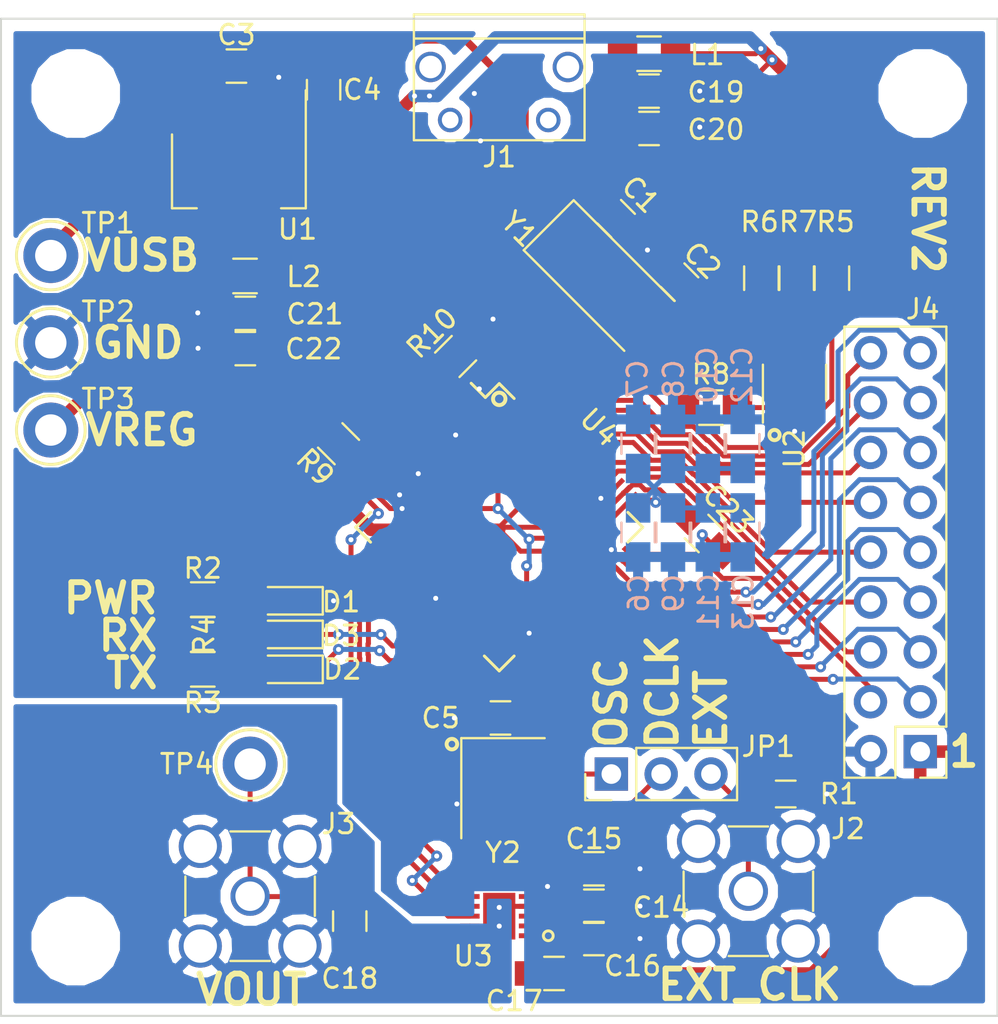
<source format=kicad_pcb>
(kicad_pcb (version 20171130) (host pcbnew "(5.1.12)-1")
  (layers (0 F.Cu signal) (31 B.Cu signal) (34 B.Paste user hide) (35 F.Paste user hide) (36 B.SilkS user hide) (37 F.SilkS user) (38 B.Mask user hide) (39 F.Mask user) (44 Edge.Cuts user))
  (net 0 "")
  (net 1 "Net-(C3-Pad1)")
  (net 2 GNDA)
  (net 3 +3V3)
  (net 4 "Net-(C10-Pad1)")
  (net 5 "Net-(C14-Pad1)")
  (net 6 "Net-(C17-Pad2)")
  (net 7 "Net-(C18-Pad1)")
  (net 8 FTVPHY)
  (net 9 FTVPLL)
  (net 10 "Net-(D1-Pad2)")
  (net 11 "Net-(D2-Pad2)")
  (net 12 FTTXLED)
  (net 13 "Net-(D3-Pad2)")
  (net 14 FTRXLED)
  (net 15 USB_D-)
  (net 16 USB_D+)
  (net 17 "Net-(J2-Pad1)")
  (net 18 "Net-(J4-Pad3)")
  (net 19 "Net-(J4-Pad4)")
  (net 20 "Net-(J4-Pad5)")
  (net 21 "Net-(J4-Pad6)")
  (net 22 "Net-(J4-Pad7)")
  (net 23 "Net-(J4-Pad8)")
  (net 24 "Net-(J4-Pad9)")
  (net 25 "Net-(J4-Pad10)")
  (net 26 "Net-(J4-Pad11)")
  (net 27 "Net-(J4-Pad12)")
  (net 28 "Net-(J4-Pad13)")
  (net 29 "Net-(J4-Pad14)")
  (net 30 "Net-(J4-Pad15)")
  (net 31 "Net-(J4-Pad16)")
  (net 32 "Net-(J4-Pad17)")
  (net 33 "Net-(J4-Pad18)")
  (net 34 "Net-(JP1-Pad1)")
  (net 35 DAC_CLK)
  (net 36 EEDATA)
  (net 37 EECS)
  (net 38 EECLK)
  (net 39 "Net-(R8-Pad2)")
  (net 40 "Net-(R9-Pad1)")
  (net 41 "Net-(R10-Pad1)")
  (net 42 FTOSC-)
  (net 43 FTOSC+)
  (net 44 /SDATA)
  (net 45 /SCK)
  (net 46 /~FSYNC)
  (net 47 "Net-(U4-Pad18)")
  (net 48 "Net-(U4-Pad21)")
  (net 49 "Net-(U4-Pad22)")
  (net 50 "Net-(U4-Pad23)")
  (net 51 "Net-(U4-Pad24)")
  (net 52 "Net-(U4-Pad26)")
  (net 53 "Net-(U4-Pad27)")
  (net 54 "Net-(U4-Pad28)")
  (net 55 "Net-(U4-Pad32)")
  (net 56 "Net-(U4-Pad33)")
  (net 57 "Net-(U4-Pad34)")
  (net 58 "Net-(U4-Pad36)")
  (net 59 "Net-(U4-Pad60)")
  (net 60 "Net-(Y2-Pad1)")
  (module USB_Micro-B-circular (layer F.Cu) (at 48.26 21.59 180)
    (fp_text reference J1 (at 0 -3.24 180) (layer F.SilkS))
    (fp_text value USB_B)
    (pad 1 smd rect (at -1.3 -1.35 270) (size 1.35 0.4) (layers F.Cu F.Paste F.Mask) (net 1 "Net-(C3-Pad1)"))
    (pad 2 smd rect (at -0.65 -1.35 270) (size 1.35 0.4) (layers F.Cu F.Paste F.Mask) (net 15 USB_D-))
    (pad 3 smd rect (at 0 -1.35 270) (size 1.35 0.4) (layers F.Cu F.Paste F.Mask) (net 16 USB_D+))
    (pad 4 smd rect (at 0.65 -1.35 270) (size 1.35 0.4) (layers F.Cu F.Paste F.Mask) (net 2 GNDA))
    (pad 5 smd rect (at 1.3 -1.35 270) (size 1.35 0.4) (layers F.Cu F.Paste F.Mask) (net 2 GNDA))
    (pad 6 thru_hole circle (at -2.5 -1.35 270) (size 1.25 1.25) (drill 0.85) (layers *.Cu *.Mask))
    (pad 6 thru_hole circle (at 2.5 -1.35 270) (size 1.25 1.25) (drill 0.85) (layers *.Cu *.Mask))
    (pad 6 thru_hole circle (at -3.5 1.35 270) (size 1.55 1.55) (drill 1.15) (layers *.Cu *.Mask))
    (pad 6 thru_hole circle (at 3.5 1.35 270) (size 1.55 1.55) (drill 1.15) (layers *.Cu *.Mask))
  )
  (module Mounting_Holes:MountingHole_3.5mm (layer F.Cu) (at 69.85 64.77)
    (fp_text reference "" (at 0 -4.5) (layer F.SilkS))
    (fp_text value MountingHole_3.5mm)
    (pad 1 np_thru_hole circle (at 0 0) (size 3.5 3.5) (drill 3.5) (layers *.Cu *.Mask))
  )
  (module Mounting_Holes:MountingHole_3.5mm (layer F.Cu) (at 26.67 64.77)
    (fp_text reference "" (at 0 -4.5) (layer F.SilkS))
    (fp_text value MountingHole_3.5mm)
    (pad 1 np_thru_hole circle (at 0 0) (size 3.5 3.5) (drill 3.5) (layers *.Cu *.Mask))
  )
  (module Mounting_Holes:MountingHole_3.5mm (layer F.Cu) (at 69.85 21.59)
    (fp_text reference "" (at 0 -4.5) (layer F.SilkS))
    (fp_text value MountingHole_3.5mm)
    (pad 1 np_thru_hole circle (at 0 0) (size 3.5 3.5) (drill 3.5) (layers *.Cu *.Mask))
  )
  (module Capacitors_SMD:C_0805_HandSoldering (layer F.Cu) (at 54.220913 27.968664 315)
    (fp_text reference C1 (at 0 -1.75 315) (layer F.SilkS))
    (fp_text value 27p)
    (pad 1 smd rect (at -1.25 0 315) (size 1.5 1.25) (layers F.Cu F.Paste F.Mask) (net 42 FTOSC-))
    (pad 2 smd rect (at 1.25 0 315) (size 1.5 1.25) (layers F.Cu F.Paste F.Mask) (net 2 GNDA))
  )
  (module Capacitors_SMD:C_0805_HandSoldering (layer F.Cu) (at 57.453805 31.201556 135)
    (fp_text reference C2 (at -0.038282 1.597532 135) (layer F.SilkS))
    (fp_text value 27p)
    (pad 1 smd rect (at -1.25 0 135) (size 1.5 1.25) (layers F.Cu F.Paste F.Mask) (net 43 FTOSC+))
    (pad 2 smd rect (at 1.25 0 135) (size 1.5 1.25) (layers F.Cu F.Paste F.Mask) (net 2 GNDA))
  )
  (module Capacitors_SMD:C_0805_HandSoldering (layer F.Cu) (at 34.8615 20.193)
    (fp_text reference C3 (at 0 -1.5875) (layer F.SilkS))
    (fp_text value 100n)
    (pad 1 smd rect (at -1.25 0) (size 1.5 1.25) (layers F.Cu F.Paste F.Mask) (net 1 "Net-(C3-Pad1)"))
    (pad 2 smd rect (at 1.25 0) (size 1.5 1.25) (layers F.Cu F.Paste F.Mask) (net 2 GNDA))
  )
  (module Capacitors_SMD:C_0805_HandSoldering (layer F.Cu) (at 39.3065 21.3995 90)
    (fp_text reference C4 (at 0 1.9685 180) (layer F.SilkS))
    (fp_text value 10u)
    (pad 1 smd rect (at -1.25 0 90) (size 1.5 1.25) (layers F.Cu F.Paste F.Mask) (net 3 +3V3))
    (pad 2 smd rect (at 1.25 0 90) (size 1.5 1.25) (layers F.Cu F.Paste F.Mask) (net 2 GNDA))
  )
  (module Capacitors_SMD:C_0805_HandSoldering (layer F.Cu) (at 48.3235 53.4035 180)
    (fp_text reference C5 (at 3.048 0 180) (layer F.SilkS))
    (fp_text value 100n)
    (pad 1 smd rect (at -1.25 0 180) (size 1.5 1.25) (layers F.Cu F.Paste F.Mask) (net 3 +3V3))
    (pad 2 smd rect (at 1.25 0 180) (size 1.5 1.25) (layers F.Cu F.Paste F.Mask) (net 2 GNDA))
  )
  (module Capacitors_SMD:C_0805_HandSoldering (layer B.Cu) (at 55.339561 43.952298 270)
    (fp_text reference C6 (at 3.101202 -0.032439 270) (layer B.SilkS) (effects (justify mirror)))
    (fp_text value 3.3u)
    (pad 1 smd rect (at -1.25 0 270) (size 1.5 1.25) (layers B.Cu B.Paste B.Mask) (net 4 "Net-(C10-Pad1)"))
    (pad 2 smd rect (at 1.25 0 270) (size 1.5 1.25) (layers B.Cu B.Paste B.Mask) (net 2 GNDA))
  )
  (module Capacitors_SMD:C_0805_HandSoldering (layer B.Cu) (at 55.339561 39.443797 90)
    (fp_text reference C7 (at 3.312297 -0.031061 90) (layer B.SilkS) (effects (justify mirror)))
    (fp_text value 100n)
    (pad 1 smd rect (at -1.25 0 90) (size 1.5 1.25) (layers B.Cu B.Paste B.Mask) (net 4 "Net-(C10-Pad1)"))
    (pad 2 smd rect (at 1.25 0 90) (size 1.5 1.25) (layers B.Cu B.Paste B.Mask) (net 2 GNDA))
  )
  (module Capacitors_SMD:C_0805_HandSoldering (layer B.Cu) (at 57.117562 39.443797 90)
    (fp_text reference C8 (at 3.312297 0.032438 90) (layer B.SilkS) (effects (justify mirror)))
    (fp_text value 100n)
    (pad 1 smd rect (at -1.25 0 90) (size 1.5 1.25) (layers B.Cu B.Paste B.Mask) (net 4 "Net-(C10-Pad1)"))
    (pad 2 smd rect (at 1.25 0 90) (size 1.5 1.25) (layers B.Cu B.Paste B.Mask) (net 2 GNDA))
  )
  (module Capacitors_SMD:C_0805_HandSoldering (layer B.Cu) (at 57.117562 43.952298 270)
    (fp_text reference C9 (at 3.101202 -0.032438 270) (layer B.SilkS) (effects (justify mirror)))
    (fp_text value 100n)
    (pad 1 smd rect (at -1.25 0 270) (size 1.5 1.25) (layers B.Cu B.Paste B.Mask) (net 4 "Net-(C10-Pad1)"))
    (pad 2 smd rect (at 1.25 0 270) (size 1.5 1.25) (layers B.Cu B.Paste B.Mask) (net 2 GNDA))
  )
  (module Capacitors_SMD:C_0805_HandSoldering (layer B.Cu) (at 58.895562 39.443797 90)
    (fp_text reference C10 (at 3.502797 -0.031062 90) (layer B.SilkS) (effects (justify mirror)))
    (fp_text value 100n)
    (pad 1 smd rect (at -1.25 0 90) (size 1.5 1.25) (layers B.Cu B.Paste B.Mask) (net 4 "Net-(C10-Pad1)"))
    (pad 2 smd rect (at 1.25 0 90) (size 1.5 1.25) (layers B.Cu B.Paste B.Mask) (net 2 GNDA))
  )
  (module Capacitors_SMD:C_0805_HandSoldering (layer B.Cu) (at 58.895562 43.952298 270)
    (fp_text reference C11 (at 3.545702 -0.032438 270) (layer B.SilkS) (effects (justify mirror)))
    (fp_text value 100n)
    (pad 1 smd rect (at -1.25 0 270) (size 1.5 1.25) (layers B.Cu B.Paste B.Mask) (net 4 "Net-(C10-Pad1)"))
    (pad 2 smd rect (at 1.25 0 270) (size 1.5 1.25) (layers B.Cu B.Paste B.Mask) (net 2 GNDA))
  )
  (module Capacitors_SMD:C_0805_HandSoldering (layer B.Cu) (at 60.673562 39.443797 90)
    (fp_text reference C12 (at 3.502797 -0.031062 90) (layer B.SilkS) (effects (justify mirror)))
    (fp_text value 100n)
    (pad 1 smd rect (at -1.25 0 90) (size 1.5 1.25) (layers B.Cu B.Paste B.Mask) (net 4 "Net-(C10-Pad1)"))
    (pad 2 smd rect (at 1.25 0 90) (size 1.5 1.25) (layers B.Cu B.Paste B.Mask) (net 2 GNDA))
  )
  (module Capacitors_SMD:C_0805_HandSoldering (layer B.Cu) (at 60.673562 43.952298 270)
    (fp_text reference C13 (at 3.545702 -0.032438 270) (layer B.SilkS) (effects (justify mirror)))
    (fp_text value 100n)
    (pad 1 smd rect (at -1.25 0 270) (size 1.5 1.25) (layers B.Cu B.Paste B.Mask) (net 4 "Net-(C10-Pad1)"))
    (pad 2 smd rect (at 1.25 0 270) (size 1.5 1.25) (layers B.Cu B.Paste B.Mask) (net 2 GNDA))
  )
  (module Capacitors_SMD:C_0805_HandSoldering (layer F.Cu) (at 53.086 62.992)
    (fp_text reference C14 (at 3.429 0.0635) (layer F.SilkS))
    (fp_text value 100n)
    (pad 1 smd rect (at -1.25 0) (size 1.5 1.25) (layers F.Cu F.Paste F.Mask) (net 5 "Net-(C14-Pad1)"))
    (pad 2 smd rect (at 1.25 0) (size 1.5 1.25) (layers F.Cu F.Paste F.Mask) (net 2 GNDA))
  )
  (module Capacitors_SMD:C_0805_HandSoldering (layer F.Cu) (at 53.086 61.087)
    (fp_text reference C15 (at 0 -1.524) (layer F.SilkS))
    (fp_text value 10u)
    (pad 1 smd rect (at -1.25 0) (size 1.5 1.25) (layers F.Cu F.Paste F.Mask) (net 5 "Net-(C14-Pad1)"))
    (pad 2 smd rect (at 1.25 0) (size 1.5 1.25) (layers F.Cu F.Paste F.Mask) (net 2 GNDA))
  )
  (module Capacitors_SMD:C_0805_HandSoldering (layer F.Cu) (at 53.086 64.643)
    (fp_text reference C16 (at 1.9685 1.397) (layer F.SilkS))
    (fp_text value 100n)
    (pad 1 smd rect (at -1.25 0) (size 1.5 1.25) (layers F.Cu F.Paste F.Mask) (net 3 +3V3))
    (pad 2 smd rect (at 1.25 0) (size 1.5 1.25) (layers F.Cu F.Paste F.Mask) (net 2 GNDA))
  )
  (module Capacitors_SMD:C_0805_HandSoldering (layer F.Cu) (at 51.054 66.421 180)
    (fp_text reference C17 (at 2.032 -1.397 180) (layer F.SilkS))
    (fp_text value 10n)
    (pad 1 smd rect (at -1.25 0 180) (size 1.5 1.25) (layers F.Cu F.Paste F.Mask) (net 3 +3V3))
    (pad 2 smd rect (at 1.25 0 180) (size 1.5 1.25) (layers F.Cu F.Paste F.Mask) (net 6 "Net-(C17-Pad2)"))
  )
  (module Capacitors_SMD:C_0805_HandSoldering (layer F.Cu) (at 40.64 63.754 270)
    (fp_text reference C18 (at 2.921 0) (layer F.SilkS))
    (fp_text value 100n)
    (pad 1 smd rect (at -1.25 0 270) (size 1.5 1.25) (layers F.Cu F.Paste F.Mask) (net 7 "Net-(C18-Pad1)"))
    (pad 2 smd rect (at 1.25 0 270) (size 1.5 1.25) (layers F.Cu F.Paste F.Mask) (net 2 GNDA))
  )
  (module Capacitors_SMD:C_0805_HandSoldering (layer F.Cu) (at 55.897784 21.467386)
    (fp_text reference C19 (at 3.411216 0.059114) (layer F.SilkS))
    (fp_text value 4.7u)
    (pad 1 smd rect (at -1.25 0) (size 1.5 1.25) (layers F.Cu F.Paste F.Mask) (net 8 FTVPHY))
    (pad 2 smd rect (at 1.25 0) (size 1.5 1.25) (layers F.Cu F.Paste F.Mask) (net 2 GNDA))
  )
  (module Capacitors_SMD:C_0805_HandSoldering (layer F.Cu) (at 55.897783 23.372386)
    (fp_text reference C20 (at 3.411217 0.059114) (layer F.SilkS))
    (fp_text value 100n)
    (pad 1 smd rect (at -1.25 0) (size 1.5 1.25) (layers F.Cu F.Paste F.Mask) (net 8 FTVPHY))
    (pad 2 smd rect (at 1.25 0) (size 1.5 1.25) (layers F.Cu F.Paste F.Mask) (net 2 GNDA))
  )
  (module Capacitors_SMD:C_0805_HandSoldering (layer F.Cu) (at 35.316728 32.790583 180)
    (fp_text reference C21 (at -3.545272 -0.038917 180) (layer F.SilkS))
    (fp_text value 4.7u)
    (pad 1 smd rect (at -1.25 0 180) (size 1.5 1.25) (layers F.Cu F.Paste F.Mask) (net 9 FTVPLL))
    (pad 2 smd rect (at 1.25 0 180) (size 1.5 1.25) (layers F.Cu F.Paste F.Mask) (net 2 GNDA))
  )
  (module Capacitors_SMD:C_0805_HandSoldering (layer F.Cu) (at 35.316728 34.586634 180)
    (fp_text reference C22 (at -3.481772 -0.020866 180) (layer F.SilkS))
    (fp_text value 100n)
    (pad 1 smd rect (at -1.25 0 180) (size 1.5 1.25) (layers F.Cu F.Paste F.Mask) (net 9 FTVPLL))
    (pad 2 smd rect (at 1.25 0 180) (size 1.5 1.25) (layers F.Cu F.Paste F.Mask) (net 2 GNDA))
  )
  (module Capacitors_SMD:C_0805_HandSoldering (layer F.Cu) (at 58.674 44.0055 315)
    (fp_text reference C23 (at 0 -1.75 315) (layer F.SilkS))
    (fp_text value 100n)
    (pad 1 smd rect (at -1.25 0 315) (size 1.5 1.25) (layers F.Cu F.Paste F.Mask) (net 3 +3V3))
    (pad 2 smd rect (at 1.25 0 315) (size 1.5 1.25) (layers F.Cu F.Paste F.Mask) (net 2 GNDA))
  )
  (module LEDs:LED_0805 (layer F.Cu) (at 37.465 47.4345 180)
    (fp_text reference D1 (at -2.7305 -0.0635 180) (layer F.SilkS))
    (fp_text value LED_Small)
    (pad 2 smd rect (at 1.1 0) (size 1.2 1.2) (layers F.Cu F.Paste F.Mask) (net 10 "Net-(D1-Pad2)"))
    (pad 1 smd rect (at -1.1 0) (size 1.2 1.2) (layers F.Cu F.Paste F.Mask) (net 2 GNDA))
  )
  (module LEDs:LED_0805 (layer F.Cu) (at 37.465 50.927 180)
    (fp_text reference D2 (at -2.794 0 180) (layer F.SilkS))
    (fp_text value LED_Small)
    (pad 2 smd rect (at 1.1 0) (size 1.2 1.2) (layers F.Cu F.Paste F.Mask) (net 11 "Net-(D2-Pad2)"))
    (pad 1 smd rect (at -1.1 0) (size 1.2 1.2) (layers F.Cu F.Paste F.Mask) (net 12 FTTXLED))
  )
  (module LEDs:LED_0805 (layer F.Cu) (at 37.465 49.149 180)
    (fp_text reference D3 (at -2.7305 -0.0635 180) (layer F.SilkS))
    (fp_text value LED_Small)
    (pad 2 smd rect (at 1.1 0) (size 1.2 1.2) (layers F.Cu F.Paste F.Mask) (net 13 "Net-(D3-Pad2)"))
    (pad 1 smd rect (at -1.1 0) (size 1.2 1.2) (layers F.Cu F.Paste F.Mask) (net 14 FTRXLED))
  )
  (module Connectors:SMA_THT_Jack_Straight (layer F.Cu) (at 60.96 62.23)
    (fp_text reference J2 (at 5.08 -3.175) (layer F.SilkS))
    (fp_text value EXT_CLK)
    (pad 2 thru_hole circle (at -2.54 2.54) (size 2.2 2.2) (drill 1.7) (layers *.Cu *.Mask) (net 2 GNDA))
    (pad 2 thru_hole circle (at -2.54 -2.54) (size 2.2 2.2) (drill 1.7) (layers *.Cu *.Mask) (net 2 GNDA))
    (pad 2 thru_hole circle (at 2.54 -2.54) (size 2.2 2.2) (drill 1.7) (layers *.Cu *.Mask) (net 2 GNDA))
    (pad 2 thru_hole circle (at 2.54 2.54) (size 2.2 2.2) (drill 1.7) (layers *.Cu *.Mask) (net 2 GNDA))
    (pad 1 thru_hole circle (at 0 0) (size 2 2) (drill 1.5) (layers *.Cu *.Mask) (net 17 "Net-(J2-Pad1)"))
  )
  (module Connectors:SMA_THT_Jack_Straight (layer F.Cu) (at 35.56 62.484)
    (fp_text reference J3 (at 4.5085 -3.683) (layer F.SilkS))
    (fp_text value VOUT)
    (pad 2 thru_hole circle (at -2.54 2.54) (size 2.2 2.2) (drill 1.7) (layers *.Cu *.Mask) (net 2 GNDA))
    (pad 2 thru_hole circle (at -2.54 -2.54) (size 2.2 2.2) (drill 1.7) (layers *.Cu *.Mask) (net 2 GNDA))
    (pad 2 thru_hole circle (at 2.54 -2.54) (size 2.2 2.2) (drill 1.7) (layers *.Cu *.Mask) (net 2 GNDA))
    (pad 2 thru_hole circle (at 2.54 2.54) (size 2.2 2.2) (drill 1.7) (layers *.Cu *.Mask) (net 2 GNDA))
    (pad 1 thru_hole circle (at 0 0) (size 2 2) (drill 1.5) (layers *.Cu *.Mask) (net 7 "Net-(C18-Pad1)"))
  )
  (module Pin_Headers:Pin_Header_Straight_2x09_Pitch2.54mm (layer F.Cu) (at 69.723 55.118 180)
    (fp_text reference J4 (at -0.127 22.5425) (layer F.SilkS))
    (fp_text value CONN_02X09)
    (pad 1 thru_hole rect (at 0 0 180) (size 1.7 1.7) (drill 1) (layers *.Cu *.Mask) (net 3 +3V3))
    (pad 2 thru_hole oval (at 2.54 0 180) (size 1.7 1.7) (drill 1) (layers *.Cu *.Mask) (net 2 GNDA))
    (pad 3 thru_hole oval (at 0 2.54 180) (size 1.7 1.7) (drill 1) (layers *.Cu *.Mask) (net 18 "Net-(J4-Pad3)"))
    (pad 4 thru_hole oval (at 2.54 2.54 180) (size 1.7 1.7) (drill 1) (layers *.Cu *.Mask) (net 19 "Net-(J4-Pad4)"))
    (pad 5 thru_hole oval (at 0 5.08 180) (size 1.7 1.7) (drill 1) (layers *.Cu *.Mask) (net 20 "Net-(J4-Pad5)"))
    (pad 6 thru_hole oval (at 2.54 5.08 180) (size 1.7 1.7) (drill 1) (layers *.Cu *.Mask) (net 21 "Net-(J4-Pad6)"))
    (pad 7 thru_hole oval (at 0 7.62 180) (size 1.7 1.7) (drill 1) (layers *.Cu *.Mask) (net 22 "Net-(J4-Pad7)"))
    (pad 8 thru_hole oval (at 2.54 7.62 180) (size 1.7 1.7) (drill 1) (layers *.Cu *.Mask) (net 23 "Net-(J4-Pad8)"))
    (pad 9 thru_hole oval (at 0 10.16 180) (size 1.7 1.7) (drill 1) (layers *.Cu *.Mask) (net 24 "Net-(J4-Pad9)"))
    (pad 10 thru_hole oval (at 2.54 10.16 180) (size 1.7 1.7) (drill 1) (layers *.Cu *.Mask) (net 25 "Net-(J4-Pad10)"))
    (pad 11 thru_hole oval (at 0 12.7 180) (size 1.7 1.7) (drill 1) (layers *.Cu *.Mask) (net 26 "Net-(J4-Pad11)"))
    (pad 12 thru_hole oval (at 2.54 12.7 180) (size 1.7 1.7) (drill 1) (layers *.Cu *.Mask) (net 27 "Net-(J4-Pad12)"))
    (pad 13 thru_hole oval (at 0 15.24 180) (size 1.7 1.7) (drill 1) (layers *.Cu *.Mask) (net 28 "Net-(J4-Pad13)"))
    (pad 14 thru_hole oval (at 2.54 15.24 180) (size 1.7 1.7) (drill 1) (layers *.Cu *.Mask) (net 29 "Net-(J4-Pad14)"))
    (pad 15 thru_hole oval (at 0 17.78 180) (size 1.7 1.7) (drill 1) (layers *.Cu *.Mask) (net 30 "Net-(J4-Pad15)"))
    (pad 16 thru_hole oval (at 2.54 17.78 180) (size 1.7 1.7) (drill 1) (layers *.Cu *.Mask) (net 31 "Net-(J4-Pad16)"))
    (pad 17 thru_hole oval (at 0 20.32 180) (size 1.7 1.7) (drill 1) (layers *.Cu *.Mask) (net 32 "Net-(J4-Pad17)"))
    (pad 18 thru_hole oval (at 2.54 20.32 180) (size 1.7 1.7) (drill 1) (layers *.Cu *.Mask) (net 33 "Net-(J4-Pad18)"))
  )
  (module Pin_Headers:Pin_Header_Straight_1x03_Pitch2.54mm (layer F.Cu) (at 53.975 56.261 90)
    (fp_text reference JP1 (at 1.397 8.001) (layer F.SilkS))
    (fp_text value CLK_SELECT)
    (pad 1 thru_hole rect (at 0 0 90) (size 1.7 1.7) (drill 1) (layers *.Cu *.Mask) (net 34 "Net-(JP1-Pad1)"))
    (pad 2 thru_hole oval (at 0 2.54 90) (size 1.7 1.7) (drill 1) (layers *.Cu *.Mask) (net 35 DAC_CLK))
    (pad 3 thru_hole oval (at 0 5.08 90) (size 1.7 1.7) (drill 1) (layers *.Cu *.Mask) (net 17 "Net-(J2-Pad1)"))
  )
  (module Inductors_SMD:L_0805_HandSoldering (layer F.Cu) (at 55.897784 19.562387 180)
    (fp_text reference L1 (at -2.966716 -0.059113 180) (layer F.SilkS))
    (fp_text value 800m)
    (pad 1 smd rect (at -1.35 0 180) (size 1.5 1.3) (layers F.Cu F.Paste F.Mask) (net 3 +3V3))
    (pad 2 smd rect (at 1.35 0 180) (size 1.5 1.3) (layers F.Cu F.Paste F.Mask) (net 8 FTVPHY))
  )
  (module Inductors_SMD:L_0805_HandSoldering (layer F.Cu) (at 35.3022 30.8864)
    (fp_text reference L2 (at 2.9883 0.0381) (layer F.SilkS))
    (fp_text value 800m)
    (pad 1 smd rect (at -1.35 0) (size 1.5 1.3) (layers F.Cu F.Paste F.Mask) (net 3 +3V3))
    (pad 2 smd rect (at 1.35 0) (size 1.5 1.3) (layers F.Cu F.Paste F.Mask) (net 9 FTVPLL))
  )
  (module Resistors_SMD:R_0603_HandSoldering (layer F.Cu) (at 62.865 57.277)
    (fp_text reference R1 (at 2.71 0) (layer F.SilkS))
    (fp_text value 50)
    (pad 1 smd rect (at -1.1 0) (size 1.2 0.9) (layers F.Cu F.Paste F.Mask) (net 17 "Net-(J2-Pad1)"))
    (pad 2 smd rect (at 1.1 0) (size 1.2 0.9) (layers F.Cu F.Paste F.Mask) (net 2 GNDA))
  )
  (module Resistors_SMD:R_0805_HandSoldering (layer F.Cu) (at 33.147 47.371 180)
    (fp_text reference R2 (at 0 1.5875 180) (layer F.SilkS))
    (fp_text value 470)
    (pad 1 smd rect (at -1.35 0 180) (size 1.5 1.3) (layers F.Cu F.Paste F.Mask) (net 10 "Net-(D1-Pad2)"))
    (pad 2 smd rect (at 1.35 0 180) (size 1.5 1.3) (layers F.Cu F.Paste F.Mask) (net 3 +3V3))
  )
  (module Resistors_SMD:R_0805_HandSoldering (layer F.Cu) (at 33.147 50.927 180)
    (fp_text reference R3 (at 0 -1.7 180) (layer F.SilkS))
    (fp_text value 470)
    (pad 1 smd rect (at -1.35 0 180) (size 1.5 1.3) (layers F.Cu F.Paste F.Mask) (net 11 "Net-(D2-Pad2)"))
    (pad 2 smd rect (at 1.35 0 180) (size 1.5 1.3) (layers F.Cu F.Paste F.Mask) (net 3 +3V3))
  )
  (module Resistors_SMD:R_0805_HandSoldering (layer F.Cu) (at 33.147 49.149 180)
    (fp_text reference R4 (at -0.0635 -0.0635 270) (layer F.SilkS))
    (fp_text value 470)
    (pad 1 smd rect (at -1.35 0 180) (size 1.5 1.3) (layers F.Cu F.Paste F.Mask) (net 13 "Net-(D3-Pad2)"))
    (pad 2 smd rect (at 1.35 0 180) (size 1.5 1.3) (layers F.Cu F.Paste F.Mask) (net 3 +3V3))
  )
  (module Resistors_SMD:R_0805_HandSoldering (layer F.Cu) (at 65.217519 30.997991 270)
    (fp_text reference R5 (at -2.867491 -0.187481) (layer F.SilkS))
    (fp_text value 10k)
    (pad 1 smd rect (at -1.35 0 270) (size 1.5 1.3) (layers F.Cu F.Paste F.Mask) (net 3 +3V3))
    (pad 2 smd rect (at 1.35 0 270) (size 1.5 1.3) (layers F.Cu F.Paste F.Mask) (net 36 EEDATA))
  )
  (module Resistors_SMD:R_0805_HandSoldering (layer F.Cu) (at 61.625416 30.997991 270)
    (fp_text reference R6 (at -2.867491 0.093916) (layer F.SilkS))
    (fp_text value 10k)
    (pad 1 smd rect (at -1.35 0 270) (size 1.5 1.3) (layers F.Cu F.Paste F.Mask) (net 3 +3V3))
    (pad 2 smd rect (at 1.35 0 270) (size 1.5 1.3) (layers F.Cu F.Paste F.Mask) (net 37 EECS))
  )
  (module Resistors_SMD:R_0805_HandSoldering (layer F.Cu) (at 63.421467 30.997991 270)
    (fp_text reference R7 (at -2.867491 -0.078533) (layer F.SilkS))
    (fp_text value 10k)
    (pad 1 smd rect (at -1.35 0 270) (size 1.5 1.3) (layers F.Cu F.Paste F.Mask) (net 3 +3V3))
    (pad 2 smd rect (at 1.35 0 270) (size 1.5 1.3) (layers F.Cu F.Paste F.Mask) (net 38 EECLK))
  )
  (module Resistors_SMD:R_0805_HandSoldering (layer F.Cu) (at 59.055 37.592)
    (fp_text reference R8 (at 0 -1.7) (layer F.SilkS))
    (fp_text value 2.2k)
    (pad 1 smd rect (at -1.35 0) (size 1.5 1.3) (layers F.Cu F.Paste F.Mask) (net 36 EEDATA))
    (pad 2 smd rect (at 1.35 0) (size 1.5 1.3) (layers F.Cu F.Paste F.Mask) (net 39 "Net-(R8-Pad2)"))
  )
  (module Resistors_SMD:R_0805_HandSoldering (layer F.Cu) (at 40.0685 39.4335 135)
    (fp_text reference R9 (at 0 -1.7 135) (layer F.SilkS))
    (fp_text value 1k)
    (pad 1 smd rect (at -1.35 0 135) (size 1.5 1.3) (layers F.Cu F.Paste F.Mask) (net 40 "Net-(R9-Pad1)"))
    (pad 2 smd rect (at 1.35 0 135) (size 1.5 1.3) (layers F.Cu F.Paste F.Mask) (net 3 +3V3))
  )
  (module Resistors_SMD:R_0805_HandSoldering (layer F.Cu) (at 46.0375 34.9885 45)
    (fp_text reference R10 (at 0 -1.7 45) (layer F.SilkS))
    (fp_text value 12k)
    (pad 1 smd rect (at -1.35 0 45) (size 1.5 1.3) (layers F.Cu F.Paste F.Mask) (net 41 "Net-(R10-Pad1)"))
    (pad 2 smd rect (at 1.35 0 45) (size 1.5 1.3) (layers F.Cu F.Paste F.Mask) (net 2 GNDA))
  )
  (module WG:SOT-223 (layer F.Cu) (at 34.9885 25.527 270)
    (fp_text reference U1 (at 2.9845 -2.9845) (layer F.SilkS))
    (fp_text value LD1117S33TR)
    (pad 4 smd rect (at 3.15 0 270) (size 2 3.8) (layers F.Cu F.Paste F.Mask))
    (pad 2 smd rect (at -3.15 0 270) (size 2 1.5) (layers F.Cu F.Paste F.Mask) (net 3 +3V3))
    (pad 3 smd rect (at -3.15 2.3 270) (size 2 1.5) (layers F.Cu F.Paste F.Mask) (net 1 "Net-(C3-Pad1)"))
    (pad 1 smd rect (at -3.15 -2.3 270) (size 2 1.5) (layers F.Cu F.Paste F.Mask) (net 2 GNDA))
  )
  (module TO_SOT_Packages_SMD:SOT-23-6_Handsoldering (layer F.Cu) (at 63.312 36.3055 90)
    (fp_text reference U2 (at -3.382 -0.0025 90) (layer F.SilkS))
    (fp_text value 93LC46BT)
    (pad 1 smd rect (at -1.35 -0.95 90) (size 1.56 0.65) (layers F.Cu F.Paste F.Mask) (net 39 "Net-(R8-Pad2)"))
    (pad 2 smd rect (at -1.35 0 90) (size 1.56 0.65) (layers F.Cu F.Paste F.Mask) (net 2 GNDA))
    (pad 3 smd rect (at -1.35 0.95 90) (size 1.56 0.65) (layers F.Cu F.Paste F.Mask) (net 36 EEDATA))
    (pad 4 smd rect (at 1.35 0.95 90) (size 1.56 0.65) (layers F.Cu F.Paste F.Mask) (net 38 EECLK))
    (pad 6 smd rect (at 1.35 -0.95 90) (size 1.56 0.65) (layers F.Cu F.Paste F.Mask) (net 3 +3V3))
    (pad 5 smd rect (at 1.35 0 90) (size 1.56 0.65) (layers F.Cu F.Paste F.Mask) (net 37 EECS))
  )
  (module WG:AD9837 (layer F.Cu) (at 48.26 63.5 180)
    (fp_text reference U3 (at 1.3335 -2.032 180) (layer F.SilkS))
    (fp_text value AD9837)
    (pad 11 smd rect (at 0 0 180) (size 1.64 2.38) (layers F.Cu F.Paste F.Mask) (net 2 GNDA))
    (pad 1 smd rect (at -1.5 -1 180) (size 1 0.25) (layers F.Cu F.Paste F.Mask) (net 6 "Net-(C17-Pad2)"))
    (pad 2 smd rect (at -1.5 -0.5 180) (size 1 0.25) (layers F.Cu F.Paste F.Mask) (net 3 +3V3))
    (pad 3 smd rect (at -1.5 0 180) (size 1 0.25) (layers F.Cu F.Paste F.Mask) (net 5 "Net-(C14-Pad1)"))
    (pad 4 smd rect (at -1.5 0.5 180) (size 1 0.25) (layers F.Cu F.Paste F.Mask) (net 2 GNDA))
    (pad 5 smd rect (at -1.5 1 180) (size 1 0.25) (layers F.Cu F.Paste F.Mask) (net 35 DAC_CLK))
    (pad 6 smd rect (at 1.5 1 180) (size 1 0.25) (layers F.Cu F.Paste F.Mask) (net 44 /SDATA))
    (pad 7 smd rect (at 1.5 0.5 180) (size 1 0.25) (layers F.Cu F.Paste F.Mask) (net 45 /SCK))
    (pad 8 smd rect (at 1.5 0 180) (size 1 0.25) (layers F.Cu F.Paste F.Mask) (net 46 /~FSYNC))
    (pad 9 smd rect (at 1.5 -0.5 180) (size 1 0.25) (layers F.Cu F.Paste F.Mask) (net 2 GNDA))
    (pad 10 smd rect (at 1.5 -1 180) (size 1 0.25) (layers F.Cu F.Paste F.Mask) (net 7 "Net-(C18-Pad1)"))
  )
  (module Housings_QFP:LQFP-64_10x10mm_Pitch0.5mm (layer F.Cu) (at 48.26 43.688 315)
    (fp_text reference U4 (at 0 -7.2 315) (layer F.SilkS))
    (fp_text value FT2232H)
    (pad 1 smd rect (at -5.7 -3.75 315) (size 1 0.25) (layers F.Cu F.Paste F.Mask) (net 2 GNDA))
    (pad 2 smd rect (at -5.7 -3.25 315) (size 1 0.25) (layers F.Cu F.Paste F.Mask) (net 42 FTOSC-))
    (pad 3 smd rect (at -5.7 -2.75 315) (size 1 0.25) (layers F.Cu F.Paste F.Mask) (net 43 FTOSC+))
    (pad 4 smd rect (at -5.7 -2.25 315) (size 1 0.25) (layers F.Cu F.Paste F.Mask) (net 8 FTVPHY))
    (pad 5 smd rect (at -5.7 -1.75 315) (size 1 0.25) (layers F.Cu F.Paste F.Mask) (net 2 GNDA))
    (pad 6 smd rect (at -5.7 -1.25 315) (size 1 0.25) (layers F.Cu F.Paste F.Mask) (net 41 "Net-(R10-Pad1)"))
    (pad 7 smd rect (at -5.7 -0.75 315) (size 1 0.25) (layers F.Cu F.Paste F.Mask) (net 15 USB_D-))
    (pad 8 smd rect (at -5.7 -0.25 315) (size 1 0.25) (layers F.Cu F.Paste F.Mask) (net 16 USB_D+))
    (pad 9 smd rect (at -5.7 0.25 315) (size 1 0.25) (layers F.Cu F.Paste F.Mask) (net 9 FTVPLL))
    (pad 10 smd rect (at -5.7 0.75 315) (size 1 0.25) (layers F.Cu F.Paste F.Mask) (net 2 GNDA))
    (pad 11 smd rect (at -5.7 1.25 315) (size 1 0.25) (layers F.Cu F.Paste F.Mask) (net 2 GNDA))
    (pad 12 smd rect (at -5.7 1.75 315) (size 1 0.25) (layers F.Cu F.Paste F.Mask) (net 4 "Net-(C10-Pad1)"))
    (pad 13 smd rect (at -5.7 2.25 315) (size 1 0.25) (layers F.Cu F.Paste F.Mask) (net 2 GNDA))
    (pad 14 smd rect (at -5.7 2.75 315) (size 1 0.25) (layers F.Cu F.Paste F.Mask) (net 40 "Net-(R9-Pad1)"))
    (pad 15 smd rect (at -5.7 3.25 315) (size 1 0.25) (layers F.Cu F.Paste F.Mask) (net 2 GNDA))
    (pad 16 smd rect (at -5.7 3.75 315) (size 1 0.25) (layers F.Cu F.Paste F.Mask) (net 45 /SCK))
    (pad 17 smd rect (at -3.75 5.7 45) (size 1 0.25) (layers F.Cu F.Paste F.Mask) (net 44 /SDATA))
    (pad 18 smd rect (at -3.25 5.7 45) (size 1 0.25) (layers F.Cu F.Paste F.Mask) (net 47 "Net-(U4-Pad18)"))
    (pad 19 smd rect (at -2.75 5.7 45) (size 1 0.25) (layers F.Cu F.Paste F.Mask) (net 46 /~FSYNC))
    (pad 20 smd rect (at -2.25 5.7 45) (size 1 0.25) (layers F.Cu F.Paste F.Mask) (net 3 +3V3))
    (pad 21 smd rect (at -1.75 5.7 45) (size 1 0.25) (layers F.Cu F.Paste F.Mask) (net 48 "Net-(U4-Pad21)"))
    (pad 22 smd rect (at -1.25 5.7 45) (size 1 0.25) (layers F.Cu F.Paste F.Mask) (net 49 "Net-(U4-Pad22)"))
    (pad 23 smd rect (at -0.75 5.7 45) (size 1 0.25) (layers F.Cu F.Paste F.Mask) (net 50 "Net-(U4-Pad23)"))
    (pad 24 smd rect (at -0.25 5.7 45) (size 1 0.25) (layers F.Cu F.Paste F.Mask) (net 51 "Net-(U4-Pad24)"))
    (pad 25 smd rect (at 0.25 5.7 45) (size 1 0.25) (layers F.Cu F.Paste F.Mask) (net 2 GNDA))
    (pad 26 smd rect (at 0.75 5.7 45) (size 1 0.25) (layers F.Cu F.Paste F.Mask) (net 52 "Net-(U4-Pad26)"))
    (pad 27 smd rect (at 1.25 5.7 45) (size 1 0.25) (layers F.Cu F.Paste F.Mask) (net 53 "Net-(U4-Pad27)"))
    (pad 28 smd rect (at 1.75 5.7 45) (size 1 0.25) (layers F.Cu F.Paste F.Mask) (net 54 "Net-(U4-Pad28)"))
    (pad 29 smd rect (at 2.25 5.7 45) (size 1 0.25) (layers F.Cu F.Paste F.Mask) (net 14 FTRXLED))
    (pad 30 smd rect (at 2.75 5.7 45) (size 1 0.25) (layers F.Cu F.Paste F.Mask) (net 12 FTTXLED))
    (pad 31 smd rect (at 3.25 5.7 45) (size 1 0.25) (layers F.Cu F.Paste F.Mask) (net 3 +3V3))
    (pad 32 smd rect (at 3.75 5.7 45) (size 1 0.25) (layers F.Cu F.Paste F.Mask) (net 55 "Net-(U4-Pad32)"))
    (pad 33 smd rect (at 5.7 3.75 315) (size 1 0.25) (layers F.Cu F.Paste F.Mask) (net 56 "Net-(U4-Pad33)"))
    (pad 34 smd rect (at 5.7 3.25 315) (size 1 0.25) (layers F.Cu F.Paste F.Mask) (net 57 "Net-(U4-Pad34)"))
    (pad 35 smd rect (at 5.7 2.75 315) (size 1 0.25) (layers F.Cu F.Paste F.Mask) (net 2 GNDA))
    (pad 36 smd rect (at 5.7 2.25 315) (size 1 0.25) (layers F.Cu F.Paste F.Mask) (net 58 "Net-(U4-Pad36)"))
    (pad 37 smd rect (at 5.7 1.75 315) (size 1 0.25) (layers F.Cu F.Paste F.Mask) (net 4 "Net-(C10-Pad1)"))
    (pad 38 smd rect (at 5.7 1.25 315) (size 1 0.25) (layers F.Cu F.Paste F.Mask) (net 18 "Net-(J4-Pad3)"))
    (pad 39 smd rect (at 5.7 0.75 315) (size 1 0.25) (layers F.Cu F.Paste F.Mask) (net 20 "Net-(J4-Pad5)"))
    (pad 40 smd rect (at 5.7 0.25 315) (size 1 0.25) (layers F.Cu F.Paste F.Mask) (net 22 "Net-(J4-Pad7)"))
    (pad 41 smd rect (at 5.7 -0.25 315) (size 1 0.25) (layers F.Cu F.Paste F.Mask) (net 24 "Net-(J4-Pad9)"))
    (pad 42 smd rect (at 5.7 -0.75 315) (size 1 0.25) (layers F.Cu F.Paste F.Mask) (net 3 +3V3))
    (pad 43 smd rect (at 5.7 -1.25 315) (size 1 0.25) (layers F.Cu F.Paste F.Mask) (net 26 "Net-(J4-Pad11)"))
    (pad 44 smd rect (at 5.7 -1.75 315) (size 1 0.25) (layers F.Cu F.Paste F.Mask) (net 28 "Net-(J4-Pad13)"))
    (pad 45 smd rect (at 5.7 -2.25 315) (size 1 0.25) (layers F.Cu F.Paste F.Mask) (net 30 "Net-(J4-Pad15)"))
    (pad 46 smd rect (at 5.7 -2.75 315) (size 1 0.25) (layers F.Cu F.Paste F.Mask) (net 32 "Net-(J4-Pad17)"))
    (pad 47 smd rect (at 5.7 -3.25 315) (size 1 0.25) (layers F.Cu F.Paste F.Mask) (net 2 GNDA))
    (pad 48 smd rect (at 5.7 -3.75 315) (size 1 0.25) (layers F.Cu F.Paste F.Mask) (net 19 "Net-(J4-Pad4)"))
    (pad 49 smd rect (at 3.75 -5.7 45) (size 1 0.25) (layers F.Cu F.Paste F.Mask) (net 4 "Net-(C10-Pad1)"))
    (pad 50 smd rect (at 3.25 -5.7 45) (size 1 0.25) (layers F.Cu F.Paste F.Mask) (net 3 +3V3))
    (pad 51 smd rect (at 2.75 -5.7 45) (size 1 0.25) (layers F.Cu F.Paste F.Mask) (net 2 GNDA))
    (pad 52 smd rect (at 2.25 -5.7 45) (size 1 0.25) (layers F.Cu F.Paste F.Mask) (net 21 "Net-(J4-Pad6)"))
    (pad 53 smd rect (at 1.75 -5.7 45) (size 1 0.25) (layers F.Cu F.Paste F.Mask) (net 23 "Net-(J4-Pad8)"))
    (pad 54 smd rect (at 1.25 -5.7 45) (size 1 0.25) (layers F.Cu F.Paste F.Mask) (net 25 "Net-(J4-Pad10)"))
    (pad 55 smd rect (at 0.75 -5.7 45) (size 1 0.25) (layers F.Cu F.Paste F.Mask) (net 27 "Net-(J4-Pad12)"))
    (pad 56 smd rect (at 0.25 -5.7 45) (size 1 0.25) (layers F.Cu F.Paste F.Mask) (net 3 +3V3))
    (pad 57 smd rect (at -0.25 -5.7 45) (size 1 0.25) (layers F.Cu F.Paste F.Mask) (net 29 "Net-(J4-Pad14)"))
    (pad 58 smd rect (at -0.75 -5.7 45) (size 1 0.25) (layers F.Cu F.Paste F.Mask) (net 31 "Net-(J4-Pad16)"))
    (pad 59 smd rect (at -1.25 -5.7 45) (size 1 0.25) (layers F.Cu F.Paste F.Mask) (net 33 "Net-(J4-Pad18)"))
    (pad 60 smd rect (at -1.75 -5.7 45) (size 1 0.25) (layers F.Cu F.Paste F.Mask) (net 59 "Net-(U4-Pad60)"))
    (pad 61 smd rect (at -2.25 -5.7 45) (size 1 0.25) (layers F.Cu F.Paste F.Mask) (net 36 EEDATA))
    (pad 62 smd rect (at -2.75 -5.7 45) (size 1 0.25) (layers F.Cu F.Paste F.Mask) (net 38 EECLK))
    (pad 63 smd rect (at -3.25 -5.7 45) (size 1 0.25) (layers F.Cu F.Paste F.Mask) (net 37 EECS))
    (pad 64 smd rect (at -3.75 -5.7 45) (size 1 0.25) (layers F.Cu F.Paste F.Mask) (net 4 "Net-(C10-Pad1)"))
  )
  (module Crystals:Crystal_SMD_5032-2pin_5.0x3.2mm_HandSoldering (layer F.Cu) (at 53.998881 31.51834 315)
    (fp_text reference Y1 (at -5.465738 1.213424 315) (layer F.SilkS))
    (fp_text value 12MHz)
    (pad 1 smd rect (at -2.6 0 315) (size 3.5 2.4) (layers F.Cu F.Paste F.Mask) (net 42 FTOSC-))
    (pad 2 smd rect (at 2.6 0 315) (size 3.5 2.4) (layers F.Cu F.Paste F.Mask) (net 43 FTOSC+))
  )
  (module Oscillators:Oscillator_SMD_Abracon_ASE-4pin_3.2x2.5mm_HandSoldering (layer F.Cu) (at 48.4505 56.9815 270)
    (fp_text reference Y2 (at 3.28 0) (layer F.SilkS))
    (fp_text value OXETGCJANF)
    (pad 1 smd rect (at -1.375 1.1 270) (size 1.95 1.65) (layers F.Cu F.Paste F.Mask) (net 60 "Net-(Y2-Pad1)"))
    (pad 2 smd rect (at 1.375 1.1 270) (size 1.95 1.65) (layers F.Cu F.Paste F.Mask) (net 2 GNDA))
    (pad 3 smd rect (at 1.375 -1.1 270) (size 1.95 1.65) (layers F.Cu F.Paste F.Mask) (net 34 "Net-(JP1-Pad1)"))
    (pad 4 smd rect (at -1.375 -1.1 270) (size 1.95 1.65) (layers F.Cu F.Paste F.Mask) (net 3 +3V3))
  )
  (module Measurement_Points:Test_Point_Keystone_5005-5009_Compact (layer F.Cu) (at 25.4 29.845)
    (fp_text reference TP1 (at 2.921 -1.651) (layer F.SilkS))
    (fp_text value VBUS)
    (pad 1 thru_hole circle (at 0 0) (size 2.8 2.8) (drill 1.6) (layers *.Cu *.Mask) (net 1 "Net-(C3-Pad1)"))
  )
  (module Measurement_Points:Test_Point_Keystone_5005-5009_Compact (layer F.Cu) (at 25.4 34.29)
    (fp_text reference TP2 (at 2.921 -1.5875) (layer F.SilkS))
    (fp_text value GND)
    (pad 1 thru_hole circle (at 0 0) (size 2.8 2.8) (drill 1.6) (layers *.Cu *.Mask) (net 2 GNDA))
  )
  (module Measurement_Points:Test_Point_Keystone_5005-5009_Compact (layer F.Cu) (at 25.4 38.735 180)
    (fp_text reference TP3 (at -2.921 1.5875 180) (layer F.SilkS))
    (fp_text value +3.3V)
    (pad 1 thru_hole circle (at 0 0 180) (size 2.8 2.8) (drill 1.6) (layers *.Cu *.Mask) (net 3 +3V3))
  )
  (module Measurement_Points:Test_Point_Keystone_5005-5009_Compact (layer F.Cu) (at 35.56 55.753)
    (fp_text reference TP4 (at -3.2385 0) (layer F.SilkS))
    (fp_text value VOUT)
    (pad 1 thru_hole circle (at 0 0) (size 2.8 2.8) (drill 1.6) (layers *.Cu *.Mask) (net 7 "Net-(C18-Pad1)"))
  )
  (module Mounting_Holes:MountingHole_3.5mm (layer F.Cu) (at 26.67 21.59)
    (fp_text reference "" (at 0 -4.5) (layer F.SilkS))
    (fp_text value MountingHole_3.5mm)
    (pad 1 np_thru_hole circle (at 0 0) (size 3.5 3.5) (drill 3.5) (layers *.Cu *.Mask))
  )
  (gr_circle (center 48.26 37.1475) (end 48.26 36.83) (layer F.SilkS) (width 0.2))
  (gr_circle (center 62.2935 38.989) (end 62.0395 39.0525) (layer F.SilkS) (width 0.2))
  (gr_circle (center 45.847 54.737) (end 46.0375 54.5465) (layer F.SilkS) (width 0.2))
  (gr_text REV2 (at 70.104 27.94 270) (layer F.SilkS) (effects (font (size 1.5 1.5) (thickness 0.3))))
  (gr_text GND (at 29.845 34.29) (layer F.SilkS) (effects (font (size 1.5 1.5) (thickness 0.3))))
  (gr_text VREG (at 30.0355 38.735) (layer F.SilkS) (effects (font (size 1.5 1.5) (thickness 0.3))))
  (gr_text VUSB (at 30.0355 29.845) (layer F.SilkS) (effects (font (size 1.5 1.5) (thickness 0.3))))
  (gr_text 1 (at 71.9455 55.118) (layer F.SilkS) (effects (font (size 1.5 1.5) (thickness 0.3))))
  (gr_text OSC (at 53.975 52.6415 90) (layer F.SilkS) (effects (font (size 1.5 1.5) (thickness 0.3))))
  (gr_text EXT (at 59.055 52.959 90) (layer F.SilkS) (effects (font (size 1.5 1.5) (thickness 0.3))))
  (gr_text DCLK (at 56.5785 52.07 90) (layer F.SilkS) (effects (font (size 1.5 1.5) (thickness 0.3))))
  (gr_text PWR (at 28.448 47.3075) (layer F.SilkS) (effects (font (size 1.5 1.5) (thickness 0.3))))
  (gr_text RX (at 29.337 49.2125) (layer F.SilkS) (effects (font (size 1.5 1.5) (thickness 0.3))))
  (gr_text TX (at 29.5275 51.1175) (layer F.SilkS) (effects (font (size 1.5 1.5) (thickness 0.3))))
  (gr_text VOUT (at 35.6235 67.2465) (layer F.SilkS) (effects (font (size 1.5 1.5) (thickness 0.3))))
  (gr_text EXT_CLK (at 61.0235 66.9925) (layer F.SilkS) (effects (font (size 1.5 1.5) (thickness 0.3))))
  (gr_line (start 22.86 68.58) (end 22.86 17.78) (angle 90) (layer Edge.Cuts) (width 0.1))
  (gr_line (start 73.66 68.58) (end 22.86 68.58) (angle 90) (layer Edge.Cuts) (width 0.1))
  (gr_line (start 73.66 17.78) (end 73.66 68.58) (angle 90) (layer Edge.Cuts) (width 0.1))
  (gr_line (start 22.86 17.78) (end 73.66 17.78) (angle 90) (layer Edge.Cuts) (width 0.1))
  (segment (start 32.6885 22.377) (end 32.5505 22.377) (width 0.635) (layer F.Cu) (net 1))
  (segment (start 32.5505 22.377) (end 25.4 29.5275) (width 0.635) (layer F.Cu) (net 1))
  (segment (start 25.4 29.5275) (end 25.4 29.845) (width 0.635) (layer F.Cu) (net 1))
  (segment (start 32.4345 22.377) (end 32.4235 22.377) (width 0.381) (layer F.Cu) (net 1))
  (segment (start 25.4 29.4005) (end 25.4 29.845) (width 0.381) (layer F.Cu) (net 1))
  (segment (start 49.56 22.94) (end 49.56 21.884) (width 0.381) (layer F.Cu) (net 1))
  (segment (start 49.56 21.884) (end 46.5355 18.8595) (width 0.381) (layer F.Cu) (net 1))
  (segment (start 46.5355 18.8595) (end 34.691 18.8595) (width 0.381) (layer F.Cu) (net 1))
  (segment (start 34.691 18.8595) (end 33.3575 20.193) (width 0.381) (layer F.Cu) (net 1))
  (segment (start 33.4825 20.193) (end 33.3575 20.193) (width 0.381) (layer F.Cu) (net 1))
  (segment (start 33.3575 20.193) (end 33.3575 21.454) (width 0.381) (layer F.Cu) (net 1))
  (segment (start 33.3575 21.454) (end 32.4345 22.377) (width 0.381) (layer F.Cu) (net 1))
  (segment (start 49.76 63) (end 48.76 63) (width 0.254) (layer F.Cu) (net 2))
  (segment (start 48.76 63) (end 48.26 63.5) (width 0.254) (layer F.Cu) (net 2))
  (segment (start 46.99 21.845) (end 46.99 21.59) (width 0.381) (layer F.Cu) (net 2))
  (segment (start 47.61 22.465) (end 46.99 21.845) (width 0.381) (layer F.Cu) (net 2))
  (segment (start 47.61 22.94) (end 47.61 22.465) (width 0.381) (layer F.Cu) (net 2))
  (segment (start 46.96 21.62) (end 46.99 21.59) (width 0.381) (layer F.Cu) (net 2))
  (segment (start 46.96 22.94) (end 46.96 21.62) (width 0.381) (layer F.Cu) (net 2))
  (via (at 46.99 21.59) (size 0.5588) (drill 0.254) (layers F.Cu B.Cu) (net 2))
  (segment (start 50.72117 62.382711) (end 50.72117 61.98758) (width 0.254) (layer F.Cu) (net 2))
  (segment (start 49.76 63) (end 50.514 63) (width 0.254) (layer F.Cu) (net 2))
  (segment (start 50.72117 62.79283) (end 50.72117 62.382711) (width 0.254) (layer F.Cu) (net 2))
  (via (at 50.72117 61.98758) (size 0.5588) (drill 0.254) (layers F.Cu B.Cu) (net 2))
  (segment (start 50.514 63) (end 50.72117 62.79283) (width 0.254) (layer F.Cu) (net 2))
  (via (at 53.4416 42.2148) (size 0.5588) (drill 0.254) (layers F.Cu B.Cu) (net 2))
  (segment (start 53.4416 42.2148) (end 53.622287 42.2148) (width 0.254) (layer F.Cu) (net 2))
  (segment (start 53.622287 42.2148) (end 54.235052 41.602035) (width 0.254) (layer F.Cu) (net 2))
  (via (at 43.18 42.037) (size 0.5588) (drill 0.254) (layers F.Cu B.Cu) (net 2))
  (segment (start 43.18 42.037) (end 43.18 41.789981) (width 0.254) (layer F.Cu) (net 2))
  (segment (start 43.18 41.789981) (end 42.638501 41.248482) (width 0.254) (layer F.Cu) (net 2))
  (segment (start 37.0205 20.7645) (end 38.4375 20.7645) (width 0.381) (layer F.Cu) (net 2))
  (segment (start 38.4375 20.7645) (end 39.0525 20.1495) (width 0.381) (layer F.Cu) (net 2))
  (segment (start 34.003228 32.790583) (end 32.917583 32.790583) (width 0.254) (layer F.Cu) (net 2))
  (via (at 32.893 32.766) (size 0.5588) (drill 0.254) (layers F.Cu B.Cu) (net 2))
  (segment (start 48.26 64.008) (end 46.768 64.008) (width 0.254) (layer F.Cu) (net 2))
  (segment (start 46.768 64.008) (end 46.76 64) (width 0.254) (layer F.Cu) (net 2))
  (segment (start 57.147783 23.372386) (end 58.415614 23.372386) (width 0.254) (layer F.Cu) (net 2))
  (segment (start 58.415614 23.372386) (end 58.4835 23.3045) (width 0.254) (layer F.Cu) (net 2))
  (via (at 58.4835 23.3045) (size 0.5588) (drill 0.254) (layers F.Cu B.Cu) (net 2))
  (segment (start 57.147784 21.467386) (end 58.479114 21.467386) (width 0.254) (layer F.Cu) (net 2))
  (segment (start 58.479114 21.467386) (end 58.4835 21.463) (width 0.254) (layer F.Cu) (net 2))
  (via (at 58.4835 21.463) (size 0.5588) (drill 0.254) (layers F.Cu B.Cu) (net 2))
  (segment (start 58.6105 44.069) (end 58.6105 44.917236) (width 0.254) (layer B.Cu) (net 2))
  (segment (start 58.6105 44.917236) (end 58.895562 45.202298) (width 0.254) (layer B.Cu) (net 2))
  (segment (start 59.557883 44.889383) (end 59.430883 44.889383) (width 0.254) (layer F.Cu) (net 2))
  (segment (start 59.430883 44.889383) (end 58.6105 44.069) (width 0.254) (layer F.Cu) (net 2))
  (via (at 58.6105 44.069) (size 0.5588) (drill 0.254) (layers F.Cu B.Cu) (net 2))
  (via (at 43.307 42.7355) (size 0.5588) (drill 0.254) (layers F.Cu B.Cu) (net 2))
  (segment (start 43.307 42.7355) (end 42.711306 42.7355) (width 0.254) (layer F.Cu) (net 2))
  (segment (start 42.711306 42.7355) (end 41.931394 41.955588) (width 0.254) (layer F.Cu) (net 2))
  (segment (start 34.003228 34.586634) (end 32.922934 34.586634) (width 0.254) (layer F.Cu) (net 2))
  (via (at 32.9057 34.5694) (size 0.5588) (drill 0.254) (layers F.Cu B.Cu) (net 2))
  (segment (start 38.565 47.4345) (end 39.8145 47.4345) (width 0.254) (layer F.Cu) (net 2))
  (via (at 39.8145 47.4345) (size 0.5588) (drill 0.254) (layers F.Cu B.Cu) (net 2))
  (via (at 48.26 63.0555) (size 0.5588) (drill 0.254) (layers F.Cu B.Cu) (net 2))
  (segment (start 48.252 64) (end 48.26 64.008) (width 0.254) (layer F.Cu) (net 2))
  (via (at 48.26 64.008) (size 0.5588) (drill 0.254) (layers F.Cu B.Cu) (net 2))
  (segment (start 46.101 58.186) (end 46.101 57.785) (width 0.254) (layer F.Cu) (net 2))
  (segment (start 46.2715 58.3565) (end 46.101 58.186) (width 0.254) (layer F.Cu) (net 2))
  (segment (start 47.3505 58.3565) (end 46.2715 58.3565) (width 0.254) (layer F.Cu) (net 2))
  (via (at 46.101 57.785) (size 0.5588) (drill 0.254) (layers F.Cu B.Cu) (net 2))
  (segment (start 45.97402 53.4035) (end 45.974 53.40352) (width 0.254) (layer F.Cu) (net 2))
  (segment (start 47.0735 53.4035) (end 45.97402 53.4035) (width 0.254) (layer F.Cu) (net 2))
  (via (at 45.974 53.40352) (size 0.5588) (drill 0.254) (layers F.Cu B.Cu) (net 2))
  (segment (start 40.64 65.004) (end 40.64 66.2305) (width 0.254) (layer F.Cu) (net 2))
  (via (at 40.64 66.2305) (size 0.5588) (drill 0.254) (layers F.Cu B.Cu) (net 2))
  (segment (start 63.965 57.277) (end 64.9605 57.277) (width 0.254) (layer F.Cu) (net 2))
  (via (at 64.9605 57.277) (size 0.5588) (drill 0.254) (layers F.Cu B.Cu) (net 2))
  (segment (start 54.336 61.087) (end 55.4355 61.087) (width 0.254) (layer F.Cu) (net 2))
  (via (at 55.4355 61.087) (size 0.5588) (drill 0.254) (layers F.Cu B.Cu) (net 2))
  (segment (start 54.336 62.992) (end 55.4355 62.992) (width 0.254) (layer F.Cu) (net 2))
  (via (at 55.4355 62.992) (size 0.5588) (drill 0.254) (layers F.Cu B.Cu) (net 2))
  (segment (start 54.336 64.643) (end 55.4355 64.643) (width 0.254) (layer F.Cu) (net 2))
  (via (at 55.4355 64.643) (size 0.5588) (drill 0.254) (layers F.Cu B.Cu) (net 2))
  (segment (start 63.312 37.6555) (end 63.312 38.792636) (width 0.254) (layer F.Cu) (net 2))
  (segment (start 63.312 38.792636) (end 63.317864 38.7985) (width 0.254) (layer F.Cu) (net 2))
  (via (at 63.317864 38.7985) (size 0.5588) (drill 0.254) (layers F.Cu B.Cu) (net 2))
  (segment (start 46.992094 34.033906) (end 47.9425 33.0835) (width 0.254) (layer F.Cu) (net 2))
  (via (at 47.9425 33.0835) (size 0.5588) (drill 0.254) (layers F.Cu B.Cu) (net 2))
  (segment (start 46.881142 37.005841) (end 46.881142 37.002358) (width 0.254) (layer F.Cu) (net 2))
  (segment (start 46.881142 37.002358) (end 47.244 36.6395) (width 0.254) (layer F.Cu) (net 2))
  (via (at 47.244 36.6395) (size 0.5588) (drill 0.254) (layers F.Cu B.Cu) (net 2))
  (segment (start 35.8575 20.193) (end 36.449 20.193) (width 0.381) (layer F.Cu) (net 2))
  (segment (start 36.449 20.193) (end 37.0205 20.7645) (width 0.381) (layer F.Cu) (net 2))
  (segment (start 46.96 22.94) (end 46.96 23.6555) (width 0.381) (layer F.Cu) (net 2))
  (segment (start 46.96 23.6555) (end 47.3075 24.003) (width 0.381) (layer F.Cu) (net 2))
  (segment (start 47.61 22.94) (end 47.61 23.7005) (width 0.381) (layer F.Cu) (net 2))
  (segment (start 47.61 23.7005) (end 47.3075 24.003) (width 0.381) (layer F.Cu) (net 2))
  (via (at 47.3075 24.003) (size 0.5588) (drill 0.254) (layers F.Cu B.Cu) (net 2))
  (segment (start 37.0345 22.377) (end 37.0345 20.7785) (width 0.381) (layer F.Cu) (net 2))
  (segment (start 37.0345 20.7785) (end 37.0205 20.7645) (width 0.381) (layer F.Cu) (net 2))
  (via (at 37.0205 20.7645) (size 0.5588) (drill 0.254) (layers F.Cu B.Cu) (net 2))
  (segment (start 55.8165 29.564251) (end 56.569922 30.317673) (width 0.254) (layer F.Cu) (net 2))
  (segment (start 55.104796 28.852547) (end 55.8165 29.564251) (width 0.254) (layer F.Cu) (net 2))
  (via (at 55.8165 29.564251) (size 0.5588) (drill 0.254) (layers F.Cu B.Cu) (net 2))
  (segment (start 44.005549 40.830501) (end 44.1325 40.957452) (width 0.254) (layer F.Cu) (net 2))
  (segment (start 43.942001 40.830501) (end 44.005549 40.830501) (width 0.254) (layer F.Cu) (net 2))
  (via (at 44.1325 40.957452) (size 0.5588) (drill 0.254) (layers F.Cu B.Cu) (net 2))
  (segment (start 43.699161 40.187821) (end 43.699161 40.460661) (width 0.254) (layer F.Cu) (net 2))
  (segment (start 43.699161 40.460661) (end 43.942 40.7035) (width 0.254) (layer F.Cu) (net 2))
  (segment (start 43.942 40.7035) (end 43.942 40.8305) (width 0.254) (layer F.Cu) (net 2))
  (segment (start 43.942 40.8305) (end 43.942001 40.830501) (width 0.254) (layer F.Cu) (net 2))
  (segment (start 43.652875 40.541375) (end 43.942001 40.830501) (width 0.254) (layer F.Cu) (net 2))
  (segment (start 43.345608 40.541375) (end 43.652875 40.541375) (width 0.254) (layer F.Cu) (net 2))
  (segment (start 45.468554 38.420054) (end 46.0375 38.989) (width 0.254) (layer F.Cu) (net 2))
  (via (at 46.0375 38.989) (size 0.5588) (drill 0.254) (layers F.Cu B.Cu) (net 2))
  (segment (start 54.588606 45.420412) (end 54.564412 45.420412) (width 0.254) (layer F.Cu) (net 2))
  (segment (start 54.564412 45.420412) (end 53.975 44.831) (width 0.254) (layer F.Cu) (net 2))
  (via (at 53.975 44.831) (size 0.5588) (drill 0.254) (layers F.Cu B.Cu) (net 2))
  (segment (start 50.345965 49.663052) (end 50.345965 49.647465) (width 0.254) (layer F.Cu) (net 2))
  (segment (start 50.345965 49.647465) (end 49.784 49.0855) (width 0.254) (layer F.Cu) (net 2))
  (via (at 49.784 49.0855) (size 0.5588) (drill 0.254) (layers F.Cu B.Cu) (net 2))
  (segment (start 44.406268 47.895285) (end 44.433715 47.895285) (width 0.254) (layer F.Cu) (net 2))
  (segment (start 44.433715 47.895285) (end 45.0215 47.3075) (width 0.254) (layer F.Cu) (net 2))
  (via (at 45.0215 47.3075) (size 0.5588) (drill 0.254) (layers F.Cu B.Cu) (net 2))
  (segment (start 25.4 33.401) (end 25.4 34.29) (width 0.635) (layer F.Cu) (net 2))
  (segment (start 45.099131 21.717) (end 44.704 21.717) (width 0.635) (layer B.Cu) (net 3))
  (segment (start 61.0235 18.7325) (end 48.083631 18.7325) (width 0.635) (layer B.Cu) (net 3))
  (segment (start 61.595 19.304) (end 61.0235 18.7325) (width 0.635) (layer B.Cu) (net 3))
  (segment (start 48.083631 18.7325) (end 45.099131 21.717) (width 0.635) (layer B.Cu) (net 3))
  (segment (start 34.9885 23.8125) (end 35.941 24.765) (width 0.635) (layer F.Cu) (net 3))
  (segment (start 35.941 24.765) (end 37.592 24.765) (width 0.635) (layer F.Cu) (net 3))
  (segment (start 43.662601 21.996407) (end 43.942 21.717008) (width 0.635) (layer F.Cu) (net 3))
  (segment (start 37.592 24.765) (end 39.624 22.733) (width 0.635) (layer F.Cu) (net 3))
  (segment (start 39.624 22.733) (end 42.926008 22.733) (width 0.635) (layer F.Cu) (net 3))
  (segment (start 42.926008 22.733) (end 43.662601 21.996407) (width 0.635) (layer F.Cu) (net 3))
  (segment (start 44.703992 21.717008) (end 44.704 21.717) (width 0.635) (layer B.Cu) (net 3))
  (segment (start 43.942 21.717008) (end 44.703992 21.717008) (width 0.635) (layer B.Cu) (net 3))
  (via (at 44.704 21.717) (size 0.5588) (drill 0.254) (layers F.Cu B.Cu) (net 3))
  (via (at 43.942 21.717008) (size 0.5588) (drill 0.254) (layers F.Cu B.Cu) (net 3))
  (segment (start 41.721026 43.816526) (end 37.7825 39.878) (width 0.635) (layer F.Cu) (net 3))
  (segment (start 37.7825 39.878) (end 33.782 35.8775) (width 0.635) (layer F.Cu) (net 3))
  (segment (start 39.113906 38.478906) (end 39.113906 38.546594) (width 0.254) (layer F.Cu) (net 3))
  (segment (start 39.113906 38.546594) (end 37.7825 39.878) (width 0.254) (layer F.Cu) (net 3))
  (segment (start 48.26 43.816526) (end 41.721026 43.816526) (width 0.635) (layer F.Cu) (net 3))
  (segment (start 33.782 35.8775) (end 28.2575 35.8775) (width 0.635) (layer F.Cu) (net 3))
  (segment (start 33.4442 30.8864) (end 33.2486 30.8864) (width 0.254) (layer F.Cu) (net 3))
  (segment (start 33.2486 30.8864) (end 31.369 32.766) (width 0.254) (layer F.Cu) (net 3))
  (segment (start 31.369 32.766) (end 28.2575 35.8775) (width 0.254) (layer F.Cu) (net 3))
  (segment (start 31.797 47.371) (end 31.797 39.417) (width 0.254) (layer F.Cu) (net 3))
  (segment (start 31.797 39.417) (end 28.2575 35.8775) (width 0.254) (layer F.Cu) (net 3))
  (segment (start 28.2575 35.8775) (end 28.2575 30.5435) (width 0.635) (layer F.Cu) (net 3))
  (segment (start 28.2575 30.5435) (end 28.8925 29.9085) (width 0.635) (layer F.Cu) (net 3))
  (segment (start 28.2575 35.8775) (end 25.4 38.735) (width 0.635) (layer F.Cu) (net 3))
  (segment (start 34.7345 24.0665) (end 34.9885 23.8125) (width 0.635) (layer F.Cu) (net 3))
  (segment (start 34.9885 23.8125) (end 34.9885 22.377) (width 0.635) (layer F.Cu) (net 3))
  (segment (start 34.7345 24.0665) (end 28.8925 29.9085) (width 0.635) (layer F.Cu) (net 3))
  (segment (start 54.588606 41.955588) (end 54.627912 41.955588) (width 0.254) (layer F.Cu) (net 3))
  (segment (start 54.627912 41.955588) (end 55.0545 41.529) (width 0.254) (layer F.Cu) (net 3))
  (segment (start 55.4355 41.529) (end 55.6895 41.783) (width 0.254) (layer F.Cu) (net 3))
  (segment (start 55.0545 41.529) (end 55.4355 41.529) (width 0.254) (layer F.Cu) (net 3))
  (segment (start 55.6895 41.783) (end 56.4515 41.783) (width 0.254) (layer F.Cu) (net 3))
  (segment (start 56.4515 41.783) (end 57.790117 43.121617) (width 0.254) (layer F.Cu) (net 3))
  (segment (start 54.588606 41.955588) (end 54.588606 41.931394) (width 0.254) (layer F.Cu) (net 3))
  (segment (start 31.797 49.149) (end 31.797 50.927) (width 0.254) (layer F.Cu) (net 3))
  (segment (start 31.797 47.371) (end 31.797 49.149) (width 0.254) (layer F.Cu) (net 3))
  (segment (start 39.113906 38.478906) (end 39.113906 38.497318) (width 0.254) (layer F.Cu) (net 3))
  (segment (start 48.26 44.323) (end 48.26 51.211) (width 0.254) (layer F.Cu) (net 3))
  (segment (start 48.26 51.211) (end 49.5735 52.5245) (width 0.254) (layer F.Cu) (net 3))
  (segment (start 49.5735 52.5245) (end 49.5735 53.4035) (width 0.254) (layer F.Cu) (net 3))
  (segment (start 46.527588 50.016606) (end 46.951851 49.592343) (width 0.254) (layer F.Cu) (net 3))
  (segment (start 46.951851 49.592343) (end 46.951851 45.631149) (width 0.254) (layer F.Cu) (net 3))
  (segment (start 46.951851 45.631149) (end 48.26 44.323) (width 0.254) (layer F.Cu) (net 3))
  (segment (start 48.26 44.323) (end 48.26 43.688) (width 0.254) (layer F.Cu) (net 3))
  (segment (start 50.539858 44.907198) (end 52.820839 47.188179) (width 0.254) (layer F.Cu) (net 3))
  (segment (start 48.26 43.816526) (end 49.350672 44.907198) (width 0.254) (layer F.Cu) (net 3))
  (segment (start 49.350672 44.907198) (end 50.539858 44.907198) (width 0.254) (layer F.Cu) (net 3))
  (segment (start 69.723 56.603) (end 65.786 60.54) (width 0.635) (layer F.Cu) (net 3))
  (segment (start 49.5505 55.6065) (end 49.5505 53.4265) (width 0.254) (layer F.Cu) (net 3))
  (segment (start 49.5505 53.4265) (end 49.5735 53.4035) (width 0.254) (layer F.Cu) (net 3))
  (segment (start 51.836 64.643) (end 51.836 65.953) (width 0.254) (layer F.Cu) (net 3))
  (segment (start 51.836 65.953) (end 52.304 66.421) (width 0.254) (layer F.Cu) (net 3))
  (segment (start 49.76 64) (end 51.193 64) (width 0.254) (layer F.Cu) (net 3))
  (segment (start 51.193 64) (end 51.836 64.643) (width 0.254) (layer F.Cu) (net 3))
  (segment (start 65.786 60.54) (end 65.786 64.845046) (width 0.635) (layer F.Cu) (net 3))
  (segment (start 64.210046 66.421) (end 52.304 66.421) (width 0.635) (layer F.Cu) (net 3))
  (segment (start 65.786 64.845046) (end 64.210046 66.421) (width 0.635) (layer F.Cu) (net 3))
  (segment (start 69.723 55.118) (end 69.723 56.603) (width 0.635) (layer F.Cu) (net 3))
  (segment (start 72.517 30.226) (end 72.517 53.809) (width 0.635) (layer F.Cu) (net 3))
  (segment (start 72.517 53.809) (end 71.208 55.118) (width 0.635) (layer F.Cu) (net 3))
  (segment (start 71.208 55.118) (end 69.723 55.118) (width 0.635) (layer F.Cu) (net 3))
  (segment (start 62.1665 19.8755) (end 72.517 30.226) (width 0.635) (layer F.Cu) (net 3))
  (segment (start 60.670615 22.885218) (end 60.670615 21.371385) (width 0.254) (layer F.Cu) (net 3))
  (segment (start 60.670615 21.371385) (end 62.1665 19.8755) (width 0.254) (layer F.Cu) (net 3))
  (segment (start 57.247784 19.562387) (end 61.336613 19.562387) (width 0.254) (layer F.Cu) (net 3))
  (segment (start 61.336613 19.562387) (end 61.595 19.304) (width 0.254) (layer F.Cu) (net 3))
  (segment (start 61.595 19.304) (end 62.1665 19.8755) (width 0.635) (layer F.Cu) (net 3))
  (via (at 61.595 19.304) (size 0.5588) (drill 0.254) (layers F.Cu B.Cu) (net 3))
  (via (at 62.1665 19.8755) (size 0.5588) (drill 0.254) (layers F.Cu B.Cu) (net 3))
  (segment (start 65.217519 29.647991) (end 63.421467 29.647991) (width 0.254) (layer F.Cu) (net 3))
  (segment (start 61.625416 29.647991) (end 63.421467 29.647991) (width 0.254) (layer F.Cu) (net 3))
  (segment (start 63.421467 29.647991) (end 63.421467 25.63607) (width 0.254) (layer F.Cu) (net 3))
  (segment (start 63.421467 25.63607) (end 60.670615 22.885218) (width 0.254) (layer F.Cu) (net 3))
  (segment (start 60.670615 22.885218) (end 60.670615 33.843115) (width 0.254) (layer F.Cu) (net 3))
  (segment (start 60.670615 33.843115) (end 61.783 34.9555) (width 0.254) (layer F.Cu) (net 3))
  (segment (start 61.783 34.9555) (end 62.362 34.9555) (width 0.254) (layer F.Cu) (net 3))
  (segment (start 48.26 43.688) (end 46.21368 45.73432) (width 0.254) (layer F.Cu) (net 3))
  (segment (start 46.21368 45.73432) (end 43.13096 45.73432) (width 0.254) (layer F.Cu) (net 3))
  (segment (start 43.13096 45.73432) (end 42.737762 46.127518) (width 0.254) (layer F.Cu) (net 3))
  (segment (start 42.737762 46.127518) (end 42.638501 46.127518) (width 0.254) (layer F.Cu) (net 3))
  (segment (start 52.467285 39.834268) (end 52.368025 39.834268) (width 0.254) (layer F.Cu) (net 3))
  (segment (start 52.368025 39.834268) (end 51.974826 40.227467) (width 0.254) (layer F.Cu) (net 3))
  (segment (start 51.974826 40.227467) (end 51.722308 40.227467) (width 0.254) (layer F.Cu) (net 3))
  (segment (start 51.722308 40.227467) (end 51.721421 40.22658) (width 0.254) (layer F.Cu) (net 3))
  (segment (start 51.721421 40.22658) (end 48.26 43.688) (width 0.254) (layer F.Cu) (net 3))
  (segment (start 52.856194 43.688) (end 48.26 43.688) (width 0.254) (layer F.Cu) (net 3))
  (segment (start 54.588606 41.955588) (end 52.856194 43.688) (width 0.254) (layer F.Cu) (net 3))
  (segment (start 48.26 43.688) (end 48.26 43.816526) (width 0.254) (layer F.Cu) (net 3))
  (via (at 56.2356 42.418) (size 0.5588) (drill 0.254) (layers F.Cu B.Cu) (net 4))
  (segment (start 56.2356 42.418) (end 56.1975 42.3799) (width 0.254) (layer B.Cu) (net 4))
  (segment (start 56.1975 42.3799) (end 56.1975 41.7195) (width 0.254) (layer B.Cu) (net 4))
  (segment (start 56.126742 42.309142) (end 54.942159 42.309142) (width 0.254) (layer F.Cu) (net 4))
  (segment (start 56.2356 42.418) (end 56.126742 42.309142) (width 0.254) (layer F.Cu) (net 4))
  (via (at 49.784 44.2976) (size 0.5588) (drill 0.254) (layers F.Cu B.Cu) (net 4))
  (segment (start 49.784 44.2976) (end 49.784 45.529486) (width 0.254) (layer B.Cu) (net 4))
  (segment (start 49.784 44.2976) (end 49.83479 44.24681) (width 0.254) (layer F.Cu) (net 4))
  (segment (start 49.784 45.529486) (end 49.656986 45.6565) (width 0.254) (layer B.Cu) (net 4))
  (segment (start 49.784 44.2976) (end 49.7586 44.2976) (width 0.254) (layer B.Cu) (net 4))
  (segment (start 49.7586 44.2976) (end 48.1965 42.7355) (width 0.254) (layer B.Cu) (net 4))
  (segment (start 53.004491 44.24681) (end 54.942159 42.309142) (width 0.254) (layer F.Cu) (net 4))
  (segment (start 49.83479 44.24681) (end 53.004491 44.24681) (width 0.254) (layer F.Cu) (net 4))
  (segment (start 49.656986 47.55986) (end 49.656986 45.6565) (width 0.254) (layer F.Cu) (net 4))
  (segment (start 51.053072 48.955946) (end 49.656986 47.55986) (width 0.254) (layer F.Cu) (net 4))
  (via (at 49.656986 45.6565) (size 0.5588) (drill 0.254) (layers F.Cu B.Cu) (net 4))
  (segment (start 48.1965 38.448199) (end 48.1965 42.7355) (width 0.254) (layer F.Cu) (net 4))
  (segment (start 44.832626 42.7355) (end 48.1965 42.7355) (width 0.254) (layer F.Cu) (net 4))
  (segment (start 49.638858 37.005841) (end 48.1965 38.448199) (width 0.254) (layer F.Cu) (net 4))
  (segment (start 42.992054 40.894928) (end 44.832626 42.7355) (width 0.254) (layer F.Cu) (net 4))
  (via (at 48.1965 42.7355) (size 0.5588) (drill 0.254) (layers F.Cu B.Cu) (net 4))
  (segment (start 58.895562 42.702298) (end 57.117562 42.702298) (width 0.254) (layer B.Cu) (net 4))
  (segment (start 60.673562 42.702298) (end 58.895562 42.702298) (width 0.254) (layer B.Cu) (net 4))
  (segment (start 58.895562 40.693797) (end 60.673562 40.693797) (width 0.254) (layer B.Cu) (net 4))
  (segment (start 57.117562 40.693797) (end 58.895562 40.693797) (width 0.254) (layer B.Cu) (net 4))
  (segment (start 56.1975 41.7195) (end 56.1975 41.613859) (width 0.254) (layer B.Cu) (net 4))
  (segment (start 56.1975 41.613859) (end 57.117562 40.693797) (width 0.254) (layer B.Cu) (net 4))
  (segment (start 56.1975 41.7195) (end 56.1975 41.782236) (width 0.254) (layer B.Cu) (net 4))
  (segment (start 56.1975 41.782236) (end 57.117562 42.702298) (width 0.254) (layer B.Cu) (net 4))
  (segment (start 55.339561 42.702298) (end 55.339561 42.577439) (width 0.254) (layer B.Cu) (net 4))
  (segment (start 55.339561 42.577439) (end 56.1975 41.7195) (width 0.254) (layer B.Cu) (net 4))
  (segment (start 55.339561 40.693797) (end 55.339561 40.861561) (width 0.254) (layer B.Cu) (net 4))
  (segment (start 55.339561 40.861561) (end 56.1975 41.7195) (width 0.254) (layer B.Cu) (net 4))
  (segment (start 51.836 62.992) (end 51.315298 63.512702) (width 0.254) (layer F.Cu) (net 5))
  (segment (start 51.315298 63.512702) (end 49.772702 63.512702) (width 0.254) (layer F.Cu) (net 5))
  (segment (start 49.772702 63.512702) (end 49.76 63.5) (width 0.254) (layer F.Cu) (net 5))
  (segment (start 51.836 61.087) (end 51.836 62.992) (width 0.254) (layer F.Cu) (net 5))
  (segment (start 49.804 66.421) (end 49.804 64.544) (width 0.254) (layer F.Cu) (net 6))
  (segment (start 49.804 64.544) (end 49.76 64.5) (width 0.254) (layer F.Cu) (net 6))
  (segment (start 40.64 62.504) (end 41.519 62.504) (width 0.254) (layer F.Cu) (net 7))
  (segment (start 41.519 62.504) (end 43.515 64.5) (width 0.254) (layer F.Cu) (net 7))
  (segment (start 43.515 64.5) (end 46.76 64.5) (width 0.254) (layer F.Cu) (net 7))
  (segment (start 40.64 62.504) (end 35.58 62.504) (width 0.254) (layer F.Cu) (net 7))
  (segment (start 35.58 62.504) (end 35.56 62.484) (width 0.254) (layer F.Cu) (net 7))
  (segment (start 35.56 62.484) (end 35.56 55.753) (width 0.254) (layer F.Cu) (net 7))
  (segment (start 45.820482 38.066501) (end 45.396219 37.642238) (width 0.254) (layer F.Cu) (net 8))
  (segment (start 45.396219 37.642238) (end 45.396219 37.280781) (width 0.254) (layer F.Cu) (net 8))
  (segment (start 45.396219 37.280781) (end 48.5775 34.0995) (width 0.254) (layer F.Cu) (net 8))
  (segment (start 48.5775 34.0995) (end 48.5775 29.4005) (width 0.254) (layer F.Cu) (net 8))
  (segment (start 48.5775 29.4005) (end 54.605614 23.372386) (width 0.254) (layer F.Cu) (net 8))
  (segment (start 54.605614 23.372386) (end 54.647783 23.372386) (width 0.254) (layer F.Cu) (net 8))
  (segment (start 54.547784 19.562387) (end 54.547784 21.367386) (width 0.254) (layer F.Cu) (net 8))
  (segment (start 54.547784 21.367386) (end 54.647784 21.467386) (width 0.254) (layer F.Cu) (net 8))
  (segment (start 54.647783 23.372386) (end 54.647783 21.467387) (width 0.254) (layer F.Cu) (net 8))
  (segment (start 54.647783 21.467387) (end 54.647784 21.467386) (width 0.254) (layer F.Cu) (net 8))
  (segment (start 36.566728 32.790583) (end 36.566728 30.971872) (width 0.254) (layer F.Cu) (net 9))
  (segment (start 36.566728 30.971872) (end 36.6522 30.8864) (width 0.254) (layer F.Cu) (net 9))
  (segment (start 36.566728 34.586634) (end 36.566728 32.790583) (width 0.254) (layer F.Cu) (net 9))
  (segment (start 36.5125 34.586634) (end 38.805081 34.586634) (width 0.254) (layer F.Cu) (net 9))
  (segment (start 38.805081 34.586634) (end 44.052715 39.834268) (width 0.254) (layer F.Cu) (net 9))
  (segment (start 34.497 47.371) (end 36.3015 47.371) (width 0.254) (layer F.Cu) (net 10))
  (segment (start 36.3015 47.371) (end 36.365 47.4345) (width 0.254) (layer F.Cu) (net 10))
  (segment (start 34.497 50.927) (end 36.365 50.927) (width 0.254) (layer F.Cu) (net 11))
  (via (at 40.0685 49.911) (size 0.5588) (drill 0.254) (layers F.Cu B.Cu) (net 12))
  (segment (start 39.0525 50.927) (end 38.565 50.927) (width 0.254) (layer F.Cu) (net 12))
  (segment (start 40.0685 49.911) (end 39.0525 50.927) (width 0.254) (layer F.Cu) (net 12))
  (segment (start 40.0685 49.911) (end 42.1005 49.911) (width 0.254) (layer B.Cu) (net 12))
  (segment (start 42.1005 49.911) (end 42.164 49.9745) (width 0.254) (layer B.Cu) (net 12))
  (via (at 42.164 49.9745) (size 0.5588) (drill 0.254) (layers F.Cu B.Cu) (net 12))
  (segment (start 42.164 49.9745) (end 42.672 50.4825) (width 0.254) (layer F.Cu) (net 12))
  (segment (start 42.672 50.4825) (end 45.354587 50.4825) (width 0.254) (layer F.Cu) (net 12))
  (segment (start 45.354587 50.4825) (end 46.174035 49.663052) (width 0.254) (layer F.Cu) (net 12))
  (segment (start 36.365 49.149) (end 34.497 49.149) (width 0.254) (layer F.Cu) (net 13))
  (via (at 40.0685 49.149) (size 0.5588) (drill 0.254) (layers F.Cu B.Cu) (net 14))
  (segment (start 38.565 49.149) (end 40.0685 49.149) (width 0.254) (layer F.Cu) (net 14))
  (segment (start 40.0685 49.149) (end 42.2275 49.149) (width 0.254) (layer B.Cu) (net 14))
  (via (at 42.2275 49.149) (size 0.5588) (drill 0.254) (layers F.Cu B.Cu) (net 14))
  (segment (start 42.2275 49.149) (end 42.812262 49.733762) (width 0.254) (layer F.Cu) (net 14))
  (segment (start 45.396219 49.733762) (end 45.820482 49.309499) (width 0.254) (layer F.Cu) (net 14))
  (segment (start 42.812262 49.733762) (end 45.396219 49.733762) (width 0.254) (layer F.Cu) (net 14))
  (segment (start 43.1165 30.368406) (end 43.1165 37.567986) (width 0.1905) (layer F.Cu) (net 15))
  (segment (start 43.1165 37.567986) (end 44.675675 39.127161) (width 0.1905) (layer F.Cu) (net 15))
  (segment (start 48.7755 24.087) (end 48.7755 24.709406) (width 0.1905) (layer F.Cu) (net 15))
  (segment (start 48.91 22.94) (end 48.91 23.9525) (width 0.1905) (layer F.Cu) (net 15))
  (segment (start 48.7755 24.709406) (end 43.1165 30.368406) (width 0.1905) (layer F.Cu) (net 15))
  (segment (start 48.91 23.9525) (end 48.7755 24.087) (width 0.1905) (layer F.Cu) (net 15))
  (segment (start 44.675675 39.127161) (end 44.759821 39.127161) (width 0.1905) (layer F.Cu) (net 15))
  (segment (start 48.26 22.94) (end 48.26 23.9525) (width 0.1905) (layer F.Cu) (net 16))
  (segment (start 48.3945 24.551594) (end 42.7355 30.210594) (width 0.1905) (layer F.Cu) (net 16))
  (segment (start 48.26 23.9525) (end 48.3945 24.087) (width 0.1905) (layer F.Cu) (net 16))
  (segment (start 48.3945 24.087) (end 48.3945 24.551594) (width 0.1905) (layer F.Cu) (net 16))
  (segment (start 42.7355 30.210594) (end 42.7355 37.7258) (width 0.1905) (layer F.Cu) (net 16))
  (segment (start 42.7355 37.7258) (end 44.406268 39.396568) (width 0.1905) (layer F.Cu) (net 16))
  (segment (start 44.406268 39.396568) (end 44.406268 39.480715) (width 0.1905) (layer F.Cu) (net 16))
  (segment (start 60.96 62.23) (end 60.96 58.166) (width 0.254) (layer F.Cu) (net 17))
  (segment (start 60.96 58.166) (end 60.071 57.277) (width 0.254) (layer F.Cu) (net 17))
  (segment (start 59.055 56.261) (end 60.071 57.277) (width 0.254) (layer F.Cu) (net 17))
  (segment (start 60.071 57.277) (end 61.765 57.277) (width 0.254) (layer F.Cu) (net 17))
  (segment (start 65.278 51.435) (end 54.239233 51.435) (width 0.254) (layer F.Cu) (net 18))
  (segment (start 54.239233 51.435) (end 51.406625 48.602392) (width 0.254) (layer F.Cu) (net 18))
  (via (at 65.278 51.435) (size 0.5588) (drill 0.254) (layers F.Cu B.Cu) (net 18))
  (segment (start 65.278 51.435) (end 65.289801 51.423199) (width 0.254) (layer B.Cu) (net 18))
  (segment (start 65.289801 51.423199) (end 68.568199 51.423199) (width 0.254) (layer B.Cu) (net 18))
  (segment (start 68.568199 51.423199) (end 69.723 52.578) (width 0.254) (layer B.Cu) (net 18))
  (segment (start 58.420406 45.066858) (end 54.942159 45.066858) (width 0.254) (layer F.Cu) (net 19))
  (segment (start 61.595 46.2915) (end 59.645048 46.2915) (width 0.254) (layer F.Cu) (net 19))
  (segment (start 59.645048 46.2915) (end 58.420406 45.066858) (width 0.254) (layer F.Cu) (net 19))
  (segment (start 67.183 51.8795) (end 61.595 46.2915) (width 0.254) (layer F.Cu) (net 19))
  (segment (start 67.183 52.578) (end 67.183 51.8795) (width 0.254) (layer F.Cu) (net 19))
  (segment (start 64.643 50.8) (end 54.31134 50.8) (width 0.254) (layer F.Cu) (net 20))
  (segment (start 54.31134 50.8) (end 51.760179 48.248839) (width 0.254) (layer F.Cu) (net 20))
  (via (at 64.643 50.8) (size 0.5588) (drill 0.254) (layers F.Cu B.Cu) (net 20))
  (segment (start 64.643 50.8) (end 64.643 50.77821) (width 0.254) (layer B.Cu) (net 20))
  (segment (start 64.643 50.77821) (end 66.538011 48.883199) (width 0.254) (layer B.Cu) (net 20))
  (segment (start 66.538011 48.883199) (end 68.568199 48.883199) (width 0.254) (layer B.Cu) (net 20))
  (segment (start 68.568199 48.883199) (end 69.723 50.038) (width 0.254) (layer B.Cu) (net 20))
  (segment (start 60.834965 44.896465) (end 65.9765 50.038) (width 0.254) (layer F.Cu) (net 21))
  (segment (start 60.834965 44.851513) (end 60.834965 44.896465) (width 0.254) (layer F.Cu) (net 21))
  (segment (start 57.827987 41.844535) (end 60.834965 44.851513) (width 0.254) (layer F.Cu) (net 21))
  (segment (start 57.782833 41.844535) (end 57.827987 41.844535) (width 0.254) (layer F.Cu) (net 21))
  (segment (start 55.637993 41.137667) (end 57.075965 41.137667) (width 0.254) (layer F.Cu) (net 21))
  (segment (start 55.324545 40.824219) (end 55.637993 41.137667) (width 0.254) (layer F.Cu) (net 21))
  (segment (start 54.305762 40.824219) (end 55.324545 40.824219) (width 0.254) (layer F.Cu) (net 21))
  (segment (start 53.881499 41.248482) (end 54.305762 40.824219) (width 0.254) (layer F.Cu) (net 21))
  (segment (start 57.075965 41.137667) (end 57.782833 41.844535) (width 0.254) (layer F.Cu) (net 21))
  (segment (start 65.9765 50.038) (end 67.183 50.038) (width 0.254) (layer F.Cu) (net 21))
  (segment (start 64.008 50.165) (end 54.383447 50.165) (width 0.254) (layer F.Cu) (net 22))
  (segment (start 54.383447 50.165) (end 52.113732 47.895285) (width 0.254) (layer F.Cu) (net 22))
  (via (at 64.008 50.165) (size 0.5588) (drill 0.254) (layers F.Cu B.Cu) (net 22))
  (segment (start 66.628695 46.343199) (end 68.568199 46.343199) (width 0.254) (layer B.Cu) (net 22))
  (segment (start 64.008 50.165) (end 64.452499 49.720501) (width 0.254) (layer B.Cu) (net 22))
  (segment (start 64.452499 49.720501) (end 64.452499 48.519395) (width 0.254) (layer B.Cu) (net 22))
  (segment (start 64.452499 48.519395) (end 66.628695 46.343199) (width 0.254) (layer B.Cu) (net 22))
  (segment (start 68.568199 46.343199) (end 69.723 47.498) (width 0.254) (layer B.Cu) (net 22))
  (segment (start 53.527946 40.894928) (end 54.036874 40.386) (width 0.254) (layer F.Cu) (net 23))
  (segment (start 64.092124 47.498) (end 67.183 47.498) (width 0.254) (layer F.Cu) (net 23))
  (segment (start 54.036874 40.386) (end 55.496998 40.386) (width 0.254) (layer F.Cu) (net 23))
  (segment (start 58.006848 41.412724) (end 64.092124 47.498) (width 0.254) (layer F.Cu) (net 23))
  (segment (start 55.496998 40.386) (end 55.816854 40.705856) (width 0.254) (layer F.Cu) (net 23))
  (segment (start 57.961694 41.412724) (end 58.006848 41.412724) (width 0.254) (layer F.Cu) (net 23))
  (segment (start 55.816854 40.705856) (end 57.254826 40.705856) (width 0.254) (layer F.Cu) (net 23))
  (segment (start 57.254826 40.705856) (end 57.961694 41.412724) (width 0.254) (layer F.Cu) (net 23))
  (segment (start 63.373 49.53) (end 54.483 49.53) (width 0.254) (layer F.Cu) (net 24))
  (segment (start 52.494732 47.541732) (end 52.467285 47.541732) (width 0.254) (layer F.Cu) (net 24))
  (segment (start 54.483 49.53) (end 52.494732 47.541732) (width 0.254) (layer F.Cu) (net 24))
  (via (at 63.373 49.53) (size 0.5588) (drill 0.254) (layers F.Cu B.Cu) (net 24))
  (segment (start 63.373 49.53) (end 64.008 48.895) (width 0.254) (layer B.Cu) (net 24))
  (segment (start 66.028199 46.333023) (end 66.028199 44.403695) (width 0.254) (layer B.Cu) (net 24))
  (segment (start 64.008 48.895) (end 64.008 48.353222) (width 0.254) (layer B.Cu) (net 24))
  (segment (start 66.628695 43.803199) (end 68.568199 43.803199) (width 0.254) (layer B.Cu) (net 24))
  (segment (start 64.008 48.353222) (end 66.028199 46.333023) (width 0.254) (layer B.Cu) (net 24))
  (segment (start 66.028199 44.403695) (end 66.628695 43.803199) (width 0.254) (layer B.Cu) (net 24))
  (segment (start 68.568199 43.803199) (end 69.723 44.958) (width 0.254) (layer B.Cu) (net 24))
  (segment (start 58.185709 40.980913) (end 62.162796 44.958) (width 0.254) (layer F.Cu) (net 25))
  (segment (start 62.162796 44.958) (end 67.183 44.958) (width 0.254) (layer F.Cu) (net 25))
  (segment (start 58.140555 40.980913) (end 58.185709 40.980913) (width 0.254) (layer F.Cu) (net 25))
  (segment (start 55.995715 40.274045) (end 57.433687 40.274045) (width 0.254) (layer F.Cu) (net 25))
  (segment (start 57.433687 40.274045) (end 58.140555 40.980913) (width 0.254) (layer F.Cu) (net 25))
  (segment (start 55.09167 39.37) (end 55.995715 40.274045) (width 0.254) (layer F.Cu) (net 25))
  (segment (start 54.345767 39.37) (end 55.09167 39.37) (width 0.254) (layer F.Cu) (net 25))
  (segment (start 53.174392 40.541375) (end 54.345767 39.37) (width 0.254) (layer F.Cu) (net 25))
  (segment (start 62.738 48.895) (end 55.245 48.895) (width 0.254) (layer F.Cu) (net 26))
  (segment (start 55.245 48.895) (end 53.184625 46.834625) (width 0.254) (layer F.Cu) (net 26))
  (segment (start 53.184625 46.834625) (end 53.174392 46.834625) (width 0.254) (layer F.Cu) (net 26))
  (via (at 62.738 48.895) (size 0.5588) (drill 0.254) (layers F.Cu B.Cu) (net 26))
  (segment (start 62.738 48.895) (end 65.596387 46.036613) (width 0.254) (layer B.Cu) (net 26))
  (segment (start 65.596387 46.036613) (end 65.596387 42.295508) (width 0.254) (layer B.Cu) (net 26))
  (segment (start 65.596387 42.295508) (end 66.628696 41.263199) (width 0.254) (layer B.Cu) (net 26))
  (segment (start 66.628696 41.263199) (end 68.568199 41.263199) (width 0.254) (layer B.Cu) (net 26))
  (segment (start 68.568199 41.263199) (end 69.723 42.418) (width 0.254) (layer B.Cu) (net 26))
  (segment (start 60.233468 42.418) (end 58.36457 40.549102) (width 0.254) (layer F.Cu) (net 27))
  (segment (start 67.183 42.418) (end 60.233468 42.418) (width 0.254) (layer F.Cu) (net 27))
  (segment (start 56.174576 39.842234) (end 55.270531 38.938189) (width 0.254) (layer F.Cu) (net 27))
  (segment (start 58.319416 40.549102) (end 57.612548 39.842234) (width 0.254) (layer F.Cu) (net 27))
  (segment (start 58.36457 40.549102) (end 58.319416 40.549102) (width 0.254) (layer F.Cu) (net 27))
  (segment (start 54.070471 38.938189) (end 52.820839 40.187821) (width 0.254) (layer F.Cu) (net 27))
  (segment (start 55.270531 38.938189) (end 54.070471 38.938189) (width 0.254) (layer F.Cu) (net 27))
  (segment (start 57.612548 39.842234) (end 56.174576 39.842234) (width 0.254) (layer F.Cu) (net 27))
  (segment (start 62.103 48.26) (end 55.3085 48.26) (width 0.254) (layer F.Cu) (net 28))
  (segment (start 55.3085 48.26) (end 53.529572 46.481072) (width 0.254) (layer F.Cu) (net 28))
  (segment (start 53.529572 46.481072) (end 53.527946 46.481072) (width 0.254) (layer F.Cu) (net 28))
  (via (at 62.103 48.26) (size 0.5588) (drill 0.254) (layers F.Cu B.Cu) (net 28))
  (segment (start 62.103 48.26) (end 62.23 48.26) (width 0.254) (layer B.Cu) (net 28))
  (segment (start 65.164576 45.325424) (end 65.164576 40.187318) (width 0.254) (layer B.Cu) (net 28))
  (segment (start 65.164576 40.187318) (end 66.628695 38.723199) (width 0.254) (layer B.Cu) (net 28))
  (segment (start 62.23 48.26) (end 65.164576 45.325424) (width 0.254) (layer B.Cu) (net 28))
  (segment (start 66.628695 38.723199) (end 68.568199 38.723199) (width 0.254) (layer B.Cu) (net 28))
  (segment (start 68.568199 38.723199) (end 69.723 39.878) (width 0.254) (layer B.Cu) (net 28))
  (segment (start 56.353437 39.410423) (end 57.791409 39.410423) (width 0.254) (layer F.Cu) (net 29))
  (segment (start 55.106514 38.1635) (end 56.353437 39.410423) (width 0.254) (layer F.Cu) (net 29))
  (segment (start 66.14157 40.91943) (end 67.183 39.878) (width 0.254) (layer F.Cu) (net 29))
  (segment (start 59.34557 40.91943) (end 66.14157 40.91943) (width 0.254) (layer F.Cu) (net 29))
  (segment (start 53.430947 38.1635) (end 55.106514 38.1635) (width 0.254) (layer F.Cu) (net 29))
  (segment (start 57.791409 39.410423) (end 58.498277 40.117291) (width 0.254) (layer F.Cu) (net 29))
  (segment (start 58.498277 40.117291) (end 58.543431 40.117291) (width 0.254) (layer F.Cu) (net 29))
  (segment (start 52.113732 39.480715) (end 53.430947 38.1635) (width 0.254) (layer F.Cu) (net 29))
  (segment (start 58.543431 40.117291) (end 59.34557 40.91943) (width 0.254) (layer F.Cu) (net 29))
  (segment (start 61.468 47.625) (end 55.372 47.625) (width 0.254) (layer F.Cu) (net 30))
  (segment (start 55.372 47.625) (end 53.881499 46.134499) (width 0.254) (layer F.Cu) (net 30))
  (segment (start 53.881499 46.134499) (end 53.881499 46.127518) (width 0.254) (layer F.Cu) (net 30))
  (via (at 61.468 47.625) (size 0.5588) (drill 0.254) (layers F.Cu B.Cu) (net 30))
  (segment (start 61.468 47.625) (end 61.722 47.625) (width 0.254) (layer B.Cu) (net 30))
  (segment (start 64.732765 40.008457) (end 65.9765 38.764722) (width 0.254) (layer B.Cu) (net 30))
  (segment (start 61.722 47.625) (end 64.732765 44.614235) (width 0.254) (layer B.Cu) (net 30))
  (segment (start 68.5165 36.1315) (end 69.723 37.338) (width 0.254) (layer B.Cu) (net 30))
  (segment (start 64.732765 44.614235) (end 64.732765 40.008457) (width 0.254) (layer B.Cu) (net 30))
  (segment (start 65.9765 38.764722) (end 65.9765 36.835394) (width 0.254) (layer B.Cu) (net 30))
  (segment (start 66.680394 36.1315) (end 68.5165 36.1315) (width 0.254) (layer B.Cu) (net 30))
  (segment (start 65.9765 36.835394) (end 66.680394 36.1315) (width 0.254) (layer B.Cu) (net 30))
  (segment (start 64.033381 40.487619) (end 67.183 37.338) (width 0.254) (layer F.Cu) (net 31))
  (segment (start 58.722292 39.68548) (end 59.524431 40.487619) (width 0.254) (layer F.Cu) (net 31))
  (segment (start 59.524431 40.487619) (end 64.033381 40.487619) (width 0.254) (layer F.Cu) (net 31))
  (segment (start 57.97027 38.978612) (end 58.677138 39.68548) (width 0.254) (layer F.Cu) (net 31))
  (segment (start 58.677138 39.68548) (end 58.722292 39.68548) (width 0.254) (layer F.Cu) (net 31))
  (segment (start 56.532298 38.978612) (end 57.97027 38.978612) (width 0.254) (layer F.Cu) (net 31))
  (segment (start 55.285375 37.731689) (end 56.532298 38.978612) (width 0.254) (layer F.Cu) (net 31))
  (segment (start 51.760179 39.127161) (end 53.155651 37.731689) (width 0.254) (layer F.Cu) (net 31))
  (segment (start 53.155651 37.731689) (end 55.285375 37.731689) (width 0.254) (layer F.Cu) (net 31))
  (segment (start 60.833 46.99) (end 55.451087 46.99) (width 0.254) (layer F.Cu) (net 32))
  (segment (start 55.451087 46.99) (end 54.235052 45.773965) (width 0.254) (layer F.Cu) (net 32))
  (via (at 60.833 46.99) (size 0.5588) (drill 0.254) (layers F.Cu B.Cu) (net 32))
  (segment (start 60.833 46.99) (end 61.214 46.99) (width 0.254) (layer B.Cu) (net 32))
  (segment (start 61.214 46.99) (end 64.300954 43.903046) (width 0.254) (layer B.Cu) (net 32))
  (segment (start 64.300954 43.903046) (end 64.300954 39.829596) (width 0.254) (layer B.Cu) (net 32))
  (segment (start 65.532 38.59855) (end 65.532 34.739894) (width 0.254) (layer B.Cu) (net 32))
  (segment (start 64.300954 39.829596) (end 65.532 38.59855) (width 0.254) (layer B.Cu) (net 32))
  (segment (start 65.532 34.739894) (end 66.628695 33.643199) (width 0.254) (layer B.Cu) (net 32))
  (segment (start 66.628695 33.643199) (end 68.568199 33.643199) (width 0.254) (layer B.Cu) (net 32))
  (segment (start 68.568199 33.643199) (end 69.723 34.798) (width 0.254) (layer B.Cu) (net 32))
  (segment (start 51.406625 38.773608) (end 52.956544 37.223689) (width 0.254) (layer F.Cu) (net 33))
  (segment (start 52.956544 37.223689) (end 55.388047 37.223689) (width 0.254) (layer F.Cu) (net 33))
  (segment (start 55.388047 37.223689) (end 56.711159 38.546801) (width 0.254) (layer F.Cu) (net 33))
  (segment (start 56.711159 38.546801) (end 58.149131 38.546801) (width 0.254) (layer F.Cu) (net 33))
  (segment (start 58.149131 38.546801) (end 58.855999 39.253669) (width 0.254) (layer F.Cu) (net 33))
  (segment (start 66.028199 35.952801) (end 67.183 34.798) (width 0.254) (layer F.Cu) (net 33))
  (segment (start 58.855999 39.253669) (end 58.901153 39.253669) (width 0.254) (layer F.Cu) (net 33))
  (segment (start 58.901153 39.253669) (end 59.703292 40.055808) (width 0.254) (layer F.Cu) (net 33))
  (segment (start 59.703292 40.055808) (end 63.512692 40.055808) (width 0.254) (layer F.Cu) (net 33))
  (segment (start 63.512692 40.055808) (end 66.028199 37.540301) (width 0.254) (layer F.Cu) (net 33))
  (segment (start 66.028199 37.540301) (end 66.028199 35.952801) (width 0.254) (layer F.Cu) (net 33))
  (segment (start 49.5505 58.3565) (end 49.5505 58.2065) (width 0.254) (layer F.Cu) (net 34))
  (segment (start 49.5505 58.2065) (end 51.496 56.261) (width 0.254) (layer F.Cu) (net 34))
  (segment (start 51.496 56.261) (end 53.975 56.261) (width 0.254) (layer F.Cu) (net 34))
  (segment (start 49.5505 58.3565) (end 49.5505 58.5065) (width 0.254) (layer F.Cu) (net 34))
  (segment (start 54.036 56.261) (end 53.975 56.261) (width 0.254) (layer F.Cu) (net 34))
  (segment (start 52.198358 58.801) (end 53.975 58.801) (width 0.254) (layer F.Cu) (net 35))
  (segment (start 53.975 58.801) (end 56.515 56.261) (width 0.254) (layer F.Cu) (net 35))
  (segment (start 49.76 62.5) (end 49.76 61.239358) (width 0.254) (layer F.Cu) (net 35))
  (segment (start 49.76 61.239358) (end 52.198358 58.801) (width 0.254) (layer F.Cu) (net 35))
  (segment (start 65.217519 32.347991) (end 65.217519 37.207981) (width 0.254) (layer F.Cu) (net 36))
  (segment (start 65.217519 37.207981) (end 64.77 37.6555) (width 0.254) (layer F.Cu) (net 36))
  (segment (start 64.77 37.6555) (end 64.262 37.6555) (width 0.254) (layer F.Cu) (net 36))
  (segment (start 57.805 37.592) (end 57.705 37.592) (width 0.254) (layer F.Cu) (net 36))
  (segment (start 58.709 38.496) (end 57.805 37.592) (width 0.254) (layer F.Cu) (net 36))
  (segment (start 58.754156 38.496) (end 58.709 38.496) (width 0.254) (layer F.Cu) (net 36))
  (segment (start 64.262 38.6895) (end 63.327503 39.623997) (width 0.254) (layer F.Cu) (net 36))
  (segment (start 59.882153 39.623997) (end 58.754156 38.496) (width 0.254) (layer F.Cu) (net 36))
  (segment (start 63.327503 39.623997) (end 59.882153 39.623997) (width 0.254) (layer F.Cu) (net 36))
  (segment (start 64.262 37.6555) (end 64.262 38.6895) (width 0.254) (layer F.Cu) (net 36))
  (segment (start 52.063019 36.703) (end 55.812 36.703) (width 0.254) (layer F.Cu) (net 36))
  (segment (start 50.699518 38.066501) (end 52.063019 36.703) (width 0.254) (layer F.Cu) (net 36))
  (segment (start 55.812 36.703) (end 56.701 37.592) (width 0.254) (layer F.Cu) (net 36))
  (segment (start 56.701 37.592) (end 57.705 37.592) (width 0.254) (layer F.Cu) (net 36))
  (segment (start 49.992412 37.359394) (end 51.664806 35.687) (width 0.254) (layer F.Cu) (net 37))
  (segment (start 63.1444 36.1188) (end 63.312 35.9512) (width 0.254) (layer F.Cu) (net 37))
  (segment (start 51.664806 35.687) (end 56.017344 35.687) (width 0.254) (layer F.Cu) (net 37))
  (segment (start 56.017344 35.687) (end 56.449144 36.1188) (width 0.254) (layer F.Cu) (net 37))
  (segment (start 56.449144 36.1188) (end 63.1444 36.1188) (width 0.254) (layer F.Cu) (net 37))
  (segment (start 63.312 35.9512) (end 63.312 34.9555) (width 0.254) (layer F.Cu) (net 37))
  (segment (start 61.625416 32.347991) (end 61.625416 32.478916) (width 0.254) (layer F.Cu) (net 37))
  (segment (start 61.625416 32.478916) (end 63.312 34.1655) (width 0.254) (layer F.Cu) (net 37))
  (segment (start 63.312 34.1655) (end 63.312 34.9555) (width 0.254) (layer F.Cu) (net 37))
  (segment (start 50.345965 37.712948) (end 51.927413 36.1315) (width 0.254) (layer F.Cu) (net 38))
  (segment (start 51.927413 36.1315) (end 55.851172 36.1315) (width 0.254) (layer F.Cu) (net 38))
  (segment (start 55.851172 36.1315) (end 56.282972 36.5633) (width 0.254) (layer F.Cu) (net 38))
  (segment (start 56.282972 36.5633) (end 63.8302 36.5633) (width 0.254) (layer F.Cu) (net 38))
  (segment (start 63.8302 36.5633) (end 64.262 36.1315) (width 0.254) (layer F.Cu) (net 38))
  (segment (start 64.262 36.1315) (end 64.262 34.9555) (width 0.254) (layer F.Cu) (net 38))
  (segment (start 63.421467 32.347991) (end 63.421467 33.351991) (width 0.254) (layer F.Cu) (net 38))
  (segment (start 63.421467 33.351991) (end 64.262 34.192524) (width 0.254) (layer F.Cu) (net 38))
  (segment (start 64.262 34.192524) (end 64.262 34.9555) (width 0.254) (layer F.Cu) (net 38))
  (segment (start 60.405 37.592) (end 62.2985 37.592) (width 0.254) (layer F.Cu) (net 39))
  (segment (start 62.2985 37.592) (end 62.362 37.6555) (width 0.254) (layer F.Cu) (net 39))
  (segment (start 42.284948 41.602035) (end 42.237035 41.602035) (width 0.254) (layer F.Cu) (net 40))
  (segment (start 42.237035 41.602035) (end 41.023094 40.388094) (width 0.254) (layer F.Cu) (net 40))
  (segment (start 45.082906 35.943094) (end 44.689112 36.336888) (width 0.254) (layer F.Cu) (net 41))
  (segment (start 44.689112 36.336888) (end 44.689112 38.349345) (width 0.254) (layer F.Cu) (net 41))
  (segment (start 44.689112 38.349345) (end 45.113375 38.773608) (width 0.254) (layer F.Cu) (net 41))
  (segment (start 46.575806 37.311176) (end 47.017223 37.752593) (width 0.254) (layer F.Cu) (net 42))
  (segment (start 46.527588 37.359394) (end 46.575806 37.311176) (width 0.254) (layer F.Cu) (net 42))
  (segment (start 47.017223 37.752593) (end 47.272566 37.752593) (width 0.254) (layer F.Cu) (net 42))
  (segment (start 47.272566 37.752593) (end 47.75671 37.268449) (width 0.254) (layer F.Cu) (net 42))
  (segment (start 47.75671 37.268449) (end 47.934464 37.268449) (width 0.254) (layer F.Cu) (net 42))
  (segment (start 47.934464 37.268449) (end 53.078957 32.123956) (width 0.254) (layer F.Cu) (net 42))
  (segment (start 52.160403 29.679862) (end 53.33703 28.503235) (width 0.254) (layer F.Cu) (net 42))
  (segment (start 53.33703 28.503235) (end 53.33703 27.084781) (width 0.254) (layer F.Cu) (net 42))
  (segment (start 53.078957 32.123956) (end 52.160403 31.205403) (width 0.254) (layer F.Cu) (net 42))
  (segment (start 52.160403 31.205403) (end 52.160403 29.679862) (width 0.254) (layer F.Cu) (net 42))
  (segment (start 46.174035 37.712948) (end 46.252538 37.712948) (width 0.254) (layer F.Cu) (net 43))
  (segment (start 46.252538 37.712948) (end 46.736674 38.197084) (width 0.254) (layer F.Cu) (net 43))
  (segment (start 47.45668 38.197084) (end 47.940816 37.712948) (width 0.254) (layer F.Cu) (net 43))
  (segment (start 47.940816 37.712948) (end 48.118581 37.712948) (width 0.254) (layer F.Cu) (net 43))
  (segment (start 46.736674 38.197084) (end 47.45668 38.197084) (width 0.254) (layer F.Cu) (net 43))
  (segment (start 48.118581 37.712948) (end 53.393265 32.438264) (width 0.254) (layer F.Cu) (net 43))
  (segment (start 55.837359 33.356818) (end 57.108738 32.085439) (width 0.254) (layer F.Cu) (net 43))
  (segment (start 57.108738 32.085439) (end 58.337688 32.085439) (width 0.254) (layer F.Cu) (net 43))
  (segment (start 53.393265 32.438264) (end 54.311818 33.356818) (width 0.254) (layer F.Cu) (net 43))
  (segment (start 54.311818 33.356818) (end 55.837359 33.356818) (width 0.254) (layer F.Cu) (net 43))
  (segment (start 46.305974 62.5) (end 46.76 62.5) (width 0.254) (layer F.Cu) (net 44))
  (segment (start 41.153578 57.347604) (end 46.305974 62.5) (width 0.254) (layer F.Cu) (net 44))
  (segment (start 41.153578 50.366555) (end 41.153578 57.347604) (width 0.254) (layer F.Cu) (net 44))
  (segment (start 41.135918 50.348895) (end 41.153578 50.366555) (width 0.254) (layer F.Cu) (net 44))
  (segment (start 41.577841 45.066858) (end 41.135918 45.508781) (width 0.254) (layer F.Cu) (net 44))
  (segment (start 41.135918 45.508781) (end 41.135918 50.348895) (width 0.254) (layer F.Cu) (net 44))
  (via (at 42.1005 42.9895) (size 0.5588) (drill 0.254) (layers F.Cu B.Cu) (net 45))
  (segment (start 42.1005 42.9895) (end 42.1005 42.831801) (width 0.254) (layer F.Cu) (net 45))
  (segment (start 42.1005 42.831801) (end 41.577841 42.309142) (width 0.254) (layer F.Cu) (net 45))
  (segment (start 42.1005 42.9895) (end 42.037006 42.9895) (width 0.254) (layer B.Cu) (net 45))
  (segment (start 42.037006 42.9895) (end 40.703506 44.323) (width 0.254) (layer B.Cu) (net 45))
  (segment (start 46.76 63) (end 46.006 63) (width 0.254) (layer F.Cu) (net 45))
  (segment (start 46.006 63) (end 40.7035 57.6975) (width 0.254) (layer F.Cu) (net 45))
  (segment (start 40.7035 57.6975) (end 40.7035 44.323006) (width 0.254) (layer F.Cu) (net 45))
  (segment (start 40.7035 44.323006) (end 40.703506 44.323) (width 0.254) (layer F.Cu) (net 45))
  (via (at 40.703506 44.323) (size 0.5588) (drill 0.254) (layers F.Cu B.Cu) (net 45))
  (segment (start 43.8277 61.6839) (end 43.8404 61.6839) (width 0.254) (layer F.Cu) (net 46))
  (segment (start 43.8404 61.6839) (end 45.6565 63.5) (width 0.254) (layer F.Cu) (net 46))
  (segment (start 45.6565 63.5) (end 46.76 63.5) (width 0.254) (layer F.Cu) (net 46))
  (via (at 45.0723 60.4393) (size 0.5588) (drill 0.254) (layers F.Cu B.Cu) (net 46))
  (segment (start 43.8277 61.6839) (end 45.0723 60.4393) (width 0.254) (layer B.Cu) (net 46))
  (segment (start 45.0723 60.4393) (end 41.5925 56.9595) (width 0.254) (layer F.Cu) (net 46))
  (segment (start 41.5925 56.9595) (end 41.5925 50.194805) (width 0.254) (layer F.Cu) (net 46))
  (segment (start 41.5925 50.194805) (end 41.567729 50.170034) (width 0.254) (layer F.Cu) (net 46))
  (segment (start 41.567729 50.170034) (end 41.567729 49.631236) (width 0.254) (layer F.Cu) (net 46))
  (segment (start 41.567729 49.631236) (end 41.5925 49.606465) (width 0.254) (layer F.Cu) (net 46))
  (segment (start 41.5925 49.606465) (end 41.5925 46.466413) (width 0.254) (layer F.Cu) (net 46))
  (segment (start 41.5925 46.466413) (end 42.284948 45.773965) (width 0.254) (layer F.Cu) (net 46))
  (via (at 43.8277 61.6839) (size 0.5588) (drill 0.254) (layers F.Cu B.Cu) (net 46))
  (zone (net 2) (net_name GNDA) (layer B.Cu) (connect_pads (clearance 0.508)) (min_thickness 0.254) (fill yes (arc_segments 16) (thermal_gap 0.508) (thermal_bridge_width 0.508))
    (polygon (pts (xy 23.495 18.415) (xy 73.025 18.415) (xy 73.025 67.945) (xy 49.53 67.945) (xy 49.53 62.23) (xy 46.99 62.23) (xy 46.99 63.5) (xy 43.815 63.5) (xy 42.2275 62.23) (xy 42.2275 59.69) (xy 40.259 57.785) (xy 40.259 52.3875) (xy 29.845 52.3875) (xy 23.495 52.3875)))
  )
  (zone (net 2) (net_name GNDA) (layer B.Cu) (connect_pads (clearance 0.508)) (min_thickness 0.254) (fill yes (arc_segments 16) (thermal_gap 0.508) (thermal_bridge_width 0.508))
    (polygon (pts (xy 40.005 52.705) (xy 40.005 57.785) (xy 41.91 59.69) (xy 41.91 62.23) (xy 43.815 63.881) (xy 47.625 63.881) (xy 47.625 62.611) (xy 48.895 62.611) (xy 48.895 67.945) (xy 23.495 67.945) (xy 23.495 52.705) (xy 29.845 52.705)))
  )
)
</source>
